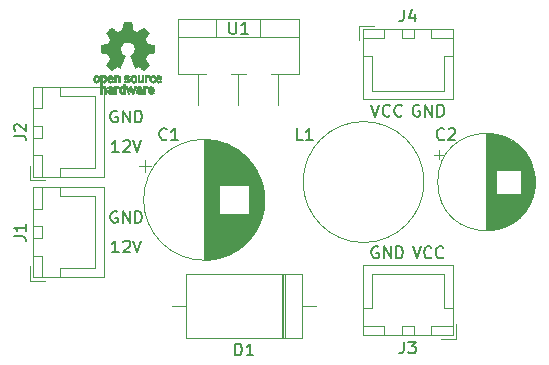
<source format=gbr>
G04 #@! TF.GenerationSoftware,KiCad,Pcbnew,(5.1.7)-1*
G04 #@! TF.CreationDate,2020-12-10T22:03:55+02:00*
G04 #@! TF.ProjectId,power_supply,706f7765-725f-4737-9570-706c792e6b69,rev?*
G04 #@! TF.SameCoordinates,Original*
G04 #@! TF.FileFunction,Legend,Top*
G04 #@! TF.FilePolarity,Positive*
%FSLAX46Y46*%
G04 Gerber Fmt 4.6, Leading zero omitted, Abs format (unit mm)*
G04 Created by KiCad (PCBNEW (5.1.7)-1) date 2020-12-10 22:03:55*
%MOMM*%
%LPD*%
G01*
G04 APERTURE LIST*
%ADD10C,0.150000*%
%ADD11C,0.120000*%
%ADD12C,0.010000*%
G04 APERTURE END LIST*
D10*
X167638095Y-129500000D02*
X167542857Y-129452380D01*
X167400000Y-129452380D01*
X167257142Y-129500000D01*
X167161904Y-129595238D01*
X167114285Y-129690476D01*
X167066666Y-129880952D01*
X167066666Y-130023809D01*
X167114285Y-130214285D01*
X167161904Y-130309523D01*
X167257142Y-130404761D01*
X167400000Y-130452380D01*
X167495238Y-130452380D01*
X167638095Y-130404761D01*
X167685714Y-130357142D01*
X167685714Y-130023809D01*
X167495238Y-130023809D01*
X168114285Y-130452380D02*
X168114285Y-129452380D01*
X168685714Y-130452380D01*
X168685714Y-129452380D01*
X169161904Y-130452380D02*
X169161904Y-129452380D01*
X169400000Y-129452380D01*
X169542857Y-129500000D01*
X169638095Y-129595238D01*
X169685714Y-129690476D01*
X169733333Y-129880952D01*
X169733333Y-130023809D01*
X169685714Y-130214285D01*
X169638095Y-130309523D01*
X169542857Y-130404761D01*
X169400000Y-130452380D01*
X169161904Y-130452380D01*
X167780952Y-132952380D02*
X167209523Y-132952380D01*
X167495238Y-132952380D02*
X167495238Y-131952380D01*
X167400000Y-132095238D01*
X167304761Y-132190476D01*
X167209523Y-132238095D01*
X168161904Y-132047619D02*
X168209523Y-132000000D01*
X168304761Y-131952380D01*
X168542857Y-131952380D01*
X168638095Y-132000000D01*
X168685714Y-132047619D01*
X168733333Y-132142857D01*
X168733333Y-132238095D01*
X168685714Y-132380952D01*
X168114285Y-132952380D01*
X168733333Y-132952380D01*
X169019047Y-131952380D02*
X169352380Y-132952380D01*
X169685714Y-131952380D01*
X167638095Y-121000000D02*
X167542857Y-120952380D01*
X167400000Y-120952380D01*
X167257142Y-121000000D01*
X167161904Y-121095238D01*
X167114285Y-121190476D01*
X167066666Y-121380952D01*
X167066666Y-121523809D01*
X167114285Y-121714285D01*
X167161904Y-121809523D01*
X167257142Y-121904761D01*
X167400000Y-121952380D01*
X167495238Y-121952380D01*
X167638095Y-121904761D01*
X167685714Y-121857142D01*
X167685714Y-121523809D01*
X167495238Y-121523809D01*
X168114285Y-121952380D02*
X168114285Y-120952380D01*
X168685714Y-121952380D01*
X168685714Y-120952380D01*
X169161904Y-121952380D02*
X169161904Y-120952380D01*
X169400000Y-120952380D01*
X169542857Y-121000000D01*
X169638095Y-121095238D01*
X169685714Y-121190476D01*
X169733333Y-121380952D01*
X169733333Y-121523809D01*
X169685714Y-121714285D01*
X169638095Y-121809523D01*
X169542857Y-121904761D01*
X169400000Y-121952380D01*
X169161904Y-121952380D01*
X167780952Y-124452380D02*
X167209523Y-124452380D01*
X167495238Y-124452380D02*
X167495238Y-123452380D01*
X167400000Y-123595238D01*
X167304761Y-123690476D01*
X167209523Y-123738095D01*
X168161904Y-123547619D02*
X168209523Y-123500000D01*
X168304761Y-123452380D01*
X168542857Y-123452380D01*
X168638095Y-123500000D01*
X168685714Y-123547619D01*
X168733333Y-123642857D01*
X168733333Y-123738095D01*
X168685714Y-123880952D01*
X168114285Y-124452380D01*
X168733333Y-124452380D01*
X169019047Y-123452380D02*
X169352380Y-124452380D01*
X169685714Y-123452380D01*
X189166666Y-120452380D02*
X189500000Y-121452380D01*
X189833333Y-120452380D01*
X190738095Y-121357142D02*
X190690476Y-121404761D01*
X190547619Y-121452380D01*
X190452380Y-121452380D01*
X190309523Y-121404761D01*
X190214285Y-121309523D01*
X190166666Y-121214285D01*
X190119047Y-121023809D01*
X190119047Y-120880952D01*
X190166666Y-120690476D01*
X190214285Y-120595238D01*
X190309523Y-120500000D01*
X190452380Y-120452380D01*
X190547619Y-120452380D01*
X190690476Y-120500000D01*
X190738095Y-120547619D01*
X191738095Y-121357142D02*
X191690476Y-121404761D01*
X191547619Y-121452380D01*
X191452380Y-121452380D01*
X191309523Y-121404761D01*
X191214285Y-121309523D01*
X191166666Y-121214285D01*
X191119047Y-121023809D01*
X191119047Y-120880952D01*
X191166666Y-120690476D01*
X191214285Y-120595238D01*
X191309523Y-120500000D01*
X191452380Y-120452380D01*
X191547619Y-120452380D01*
X191690476Y-120500000D01*
X191738095Y-120547619D01*
X193238095Y-120500000D02*
X193142857Y-120452380D01*
X193000000Y-120452380D01*
X192857142Y-120500000D01*
X192761904Y-120595238D01*
X192714285Y-120690476D01*
X192666666Y-120880952D01*
X192666666Y-121023809D01*
X192714285Y-121214285D01*
X192761904Y-121309523D01*
X192857142Y-121404761D01*
X193000000Y-121452380D01*
X193095238Y-121452380D01*
X193238095Y-121404761D01*
X193285714Y-121357142D01*
X193285714Y-121023809D01*
X193095238Y-121023809D01*
X193714285Y-121452380D02*
X193714285Y-120452380D01*
X194285714Y-121452380D01*
X194285714Y-120452380D01*
X194761904Y-121452380D02*
X194761904Y-120452380D01*
X195000000Y-120452380D01*
X195142857Y-120500000D01*
X195238095Y-120595238D01*
X195285714Y-120690476D01*
X195333333Y-120880952D01*
X195333333Y-121023809D01*
X195285714Y-121214285D01*
X195238095Y-121309523D01*
X195142857Y-121404761D01*
X195000000Y-121452380D01*
X194761904Y-121452380D01*
X189738095Y-132500000D02*
X189642857Y-132452380D01*
X189500000Y-132452380D01*
X189357142Y-132500000D01*
X189261904Y-132595238D01*
X189214285Y-132690476D01*
X189166666Y-132880952D01*
X189166666Y-133023809D01*
X189214285Y-133214285D01*
X189261904Y-133309523D01*
X189357142Y-133404761D01*
X189500000Y-133452380D01*
X189595238Y-133452380D01*
X189738095Y-133404761D01*
X189785714Y-133357142D01*
X189785714Y-133023809D01*
X189595238Y-133023809D01*
X190214285Y-133452380D02*
X190214285Y-132452380D01*
X190785714Y-133452380D01*
X190785714Y-132452380D01*
X191261904Y-133452380D02*
X191261904Y-132452380D01*
X191500000Y-132452380D01*
X191642857Y-132500000D01*
X191738095Y-132595238D01*
X191785714Y-132690476D01*
X191833333Y-132880952D01*
X191833333Y-133023809D01*
X191785714Y-133214285D01*
X191738095Y-133309523D01*
X191642857Y-133404761D01*
X191500000Y-133452380D01*
X191261904Y-133452380D01*
X192666666Y-132452380D02*
X193000000Y-133452380D01*
X193333333Y-132452380D01*
X194238095Y-133357142D02*
X194190476Y-133404761D01*
X194047619Y-133452380D01*
X193952380Y-133452380D01*
X193809523Y-133404761D01*
X193714285Y-133309523D01*
X193666666Y-133214285D01*
X193619047Y-133023809D01*
X193619047Y-132880952D01*
X193666666Y-132690476D01*
X193714285Y-132595238D01*
X193809523Y-132500000D01*
X193952380Y-132452380D01*
X194047619Y-132452380D01*
X194190476Y-132500000D01*
X194238095Y-132547619D01*
X195238095Y-133357142D02*
X195190476Y-133404761D01*
X195047619Y-133452380D01*
X194952380Y-133452380D01*
X194809523Y-133404761D01*
X194714285Y-133309523D01*
X194666666Y-133214285D01*
X194619047Y-133023809D01*
X194619047Y-132880952D01*
X194666666Y-132690476D01*
X194714285Y-132595238D01*
X194809523Y-132500000D01*
X194952380Y-132452380D01*
X195047619Y-132452380D01*
X195190476Y-132500000D01*
X195238095Y-132547619D01*
D11*
X160250000Y-126850000D02*
X161500000Y-126850000D01*
X160250000Y-125600000D02*
X160250000Y-126850000D01*
X165750000Y-119700000D02*
X165750000Y-122750000D01*
X162800000Y-119700000D02*
X165750000Y-119700000D01*
X162800000Y-118950000D02*
X162800000Y-119700000D01*
X165750000Y-125800000D02*
X165750000Y-122750000D01*
X162800000Y-125800000D02*
X165750000Y-125800000D01*
X162800000Y-126550000D02*
X162800000Y-125800000D01*
X160550000Y-118950000D02*
X160550000Y-120750000D01*
X161300000Y-118950000D02*
X160550000Y-118950000D01*
X161300000Y-120750000D02*
X161300000Y-118950000D01*
X160550000Y-120750000D02*
X161300000Y-120750000D01*
X160550000Y-124750000D02*
X160550000Y-126550000D01*
X161300000Y-124750000D02*
X160550000Y-124750000D01*
X161300000Y-126550000D02*
X161300000Y-124750000D01*
X160550000Y-126550000D02*
X161300000Y-126550000D01*
X160550000Y-122250000D02*
X160550000Y-123250000D01*
X161300000Y-122250000D02*
X160550000Y-122250000D01*
X161300000Y-123250000D02*
X161300000Y-122250000D01*
X160550000Y-123250000D02*
X161300000Y-123250000D01*
X160540000Y-118940000D02*
X160540000Y-126560000D01*
X166510000Y-118940000D02*
X160540000Y-118940000D01*
X166510000Y-126560000D02*
X166510000Y-118940000D01*
X160540000Y-126560000D02*
X166510000Y-126560000D01*
X160250000Y-135350000D02*
X161500000Y-135350000D01*
X160250000Y-134100000D02*
X160250000Y-135350000D01*
X165750000Y-128200000D02*
X165750000Y-131250000D01*
X162800000Y-128200000D02*
X165750000Y-128200000D01*
X162800000Y-127450000D02*
X162800000Y-128200000D01*
X165750000Y-134300000D02*
X165750000Y-131250000D01*
X162800000Y-134300000D02*
X165750000Y-134300000D01*
X162800000Y-135050000D02*
X162800000Y-134300000D01*
X160550000Y-127450000D02*
X160550000Y-129250000D01*
X161300000Y-127450000D02*
X160550000Y-127450000D01*
X161300000Y-129250000D02*
X161300000Y-127450000D01*
X160550000Y-129250000D02*
X161300000Y-129250000D01*
X160550000Y-133250000D02*
X160550000Y-135050000D01*
X161300000Y-133250000D02*
X160550000Y-133250000D01*
X161300000Y-135050000D02*
X161300000Y-133250000D01*
X160550000Y-135050000D02*
X161300000Y-135050000D01*
X160550000Y-130750000D02*
X160550000Y-131750000D01*
X161300000Y-130750000D02*
X160550000Y-130750000D01*
X161300000Y-131750000D02*
X161300000Y-130750000D01*
X160550000Y-131750000D02*
X161300000Y-131750000D01*
X160540000Y-127440000D02*
X160540000Y-135060000D01*
X166510000Y-127440000D02*
X160540000Y-127440000D01*
X166510000Y-135060000D02*
X166510000Y-127440000D01*
X160540000Y-135060000D02*
X166510000Y-135060000D01*
D12*
G36*
X168876964Y-113790018D02*
G01*
X168933812Y-114091570D01*
X169353338Y-114264512D01*
X169604984Y-114093395D01*
X169675458Y-114045750D01*
X169739163Y-114003210D01*
X169793126Y-113967715D01*
X169834373Y-113941210D01*
X169859934Y-113925636D01*
X169866895Y-113922278D01*
X169879435Y-113930914D01*
X169906231Y-113954792D01*
X169944280Y-113990859D01*
X169990579Y-114036067D01*
X170042123Y-114087364D01*
X170095909Y-114141701D01*
X170148935Y-114196028D01*
X170198195Y-114247295D01*
X170240687Y-114292451D01*
X170273407Y-114328446D01*
X170293351Y-114352230D01*
X170298119Y-114360190D01*
X170291257Y-114374865D01*
X170272020Y-114407014D01*
X170242430Y-114453492D01*
X170204510Y-114511156D01*
X170160282Y-114576860D01*
X170134654Y-114614336D01*
X170087941Y-114682768D01*
X170046432Y-114744520D01*
X170012140Y-114796519D01*
X169987080Y-114835692D01*
X169973264Y-114858965D01*
X169971188Y-114863855D01*
X169975895Y-114877755D01*
X169988723Y-114910150D01*
X170007738Y-114956485D01*
X170031003Y-115012206D01*
X170056584Y-115072758D01*
X170082545Y-115133586D01*
X170106950Y-115190136D01*
X170127863Y-115237852D01*
X170143349Y-115272181D01*
X170151472Y-115288568D01*
X170151952Y-115289212D01*
X170164707Y-115292341D01*
X170198677Y-115299321D01*
X170250340Y-115309467D01*
X170316176Y-115322092D01*
X170392664Y-115336509D01*
X170437290Y-115344823D01*
X170519021Y-115360384D01*
X170592843Y-115375192D01*
X170655021Y-115388436D01*
X170701822Y-115399305D01*
X170729509Y-115406989D01*
X170735074Y-115409427D01*
X170740526Y-115425930D01*
X170744924Y-115463200D01*
X170748272Y-115516880D01*
X170750574Y-115582612D01*
X170751832Y-115656037D01*
X170752048Y-115732796D01*
X170751227Y-115808532D01*
X170749371Y-115878886D01*
X170746482Y-115939500D01*
X170742565Y-115986016D01*
X170737622Y-116014075D01*
X170734657Y-116019916D01*
X170716934Y-116026917D01*
X170679381Y-116036927D01*
X170626964Y-116048769D01*
X170564652Y-116061267D01*
X170542900Y-116065310D01*
X170438024Y-116084520D01*
X170355180Y-116099991D01*
X170291630Y-116112337D01*
X170244637Y-116122173D01*
X170211463Y-116130114D01*
X170189371Y-116136776D01*
X170175624Y-116142773D01*
X170167484Y-116148719D01*
X170166345Y-116149894D01*
X170154977Y-116168826D01*
X170137635Y-116205669D01*
X170116050Y-116255913D01*
X170091954Y-116315046D01*
X170067079Y-116378556D01*
X170043157Y-116441932D01*
X170021919Y-116500662D01*
X170005097Y-116550235D01*
X169994422Y-116586139D01*
X169991627Y-116603862D01*
X169991860Y-116604483D01*
X170001331Y-116618970D01*
X170022818Y-116650844D01*
X170054063Y-116696789D01*
X170092807Y-116753485D01*
X170136793Y-116817617D01*
X170149319Y-116835842D01*
X170193984Y-116901914D01*
X170233288Y-116962200D01*
X170265088Y-117013235D01*
X170287245Y-117051560D01*
X170297617Y-117073711D01*
X170298119Y-117076432D01*
X170289405Y-117090736D01*
X170265325Y-117119072D01*
X170228976Y-117158396D01*
X170183453Y-117205661D01*
X170131852Y-117257823D01*
X170077267Y-117311835D01*
X170022794Y-117364653D01*
X169971529Y-117413231D01*
X169926567Y-117454523D01*
X169891004Y-117485485D01*
X169867935Y-117503070D01*
X169861554Y-117505941D01*
X169846699Y-117499178D01*
X169816286Y-117480939D01*
X169775268Y-117454297D01*
X169743709Y-117432852D01*
X169686525Y-117393503D01*
X169618806Y-117347171D01*
X169550880Y-117300913D01*
X169514361Y-117276155D01*
X169390752Y-117192547D01*
X169286991Y-117248650D01*
X169239720Y-117273228D01*
X169199523Y-117292331D01*
X169172326Y-117303227D01*
X169165402Y-117304743D01*
X169157077Y-117293549D01*
X169140654Y-117261917D01*
X169117357Y-117212765D01*
X169088414Y-117149010D01*
X169055050Y-117073571D01*
X169018491Y-116989364D01*
X168979964Y-116899308D01*
X168940694Y-116806321D01*
X168901908Y-116713320D01*
X168864830Y-116623223D01*
X168830689Y-116538948D01*
X168800708Y-116463413D01*
X168776116Y-116399534D01*
X168758136Y-116350231D01*
X168747997Y-116318421D01*
X168746366Y-116307496D01*
X168759291Y-116293561D01*
X168787589Y-116270940D01*
X168825346Y-116244333D01*
X168828515Y-116242228D01*
X168926100Y-116164114D01*
X169004786Y-116072982D01*
X169063891Y-115971745D01*
X169102732Y-115863318D01*
X169120628Y-115750614D01*
X169116897Y-115636548D01*
X169090857Y-115524034D01*
X169041825Y-115415985D01*
X169027400Y-115392345D01*
X168952369Y-115296887D01*
X168863730Y-115220232D01*
X168764549Y-115162780D01*
X168657895Y-115124929D01*
X168546836Y-115107078D01*
X168434439Y-115109625D01*
X168323773Y-115132970D01*
X168217906Y-115177510D01*
X168119905Y-115243645D01*
X168089590Y-115270487D01*
X168012438Y-115354512D01*
X167956218Y-115442966D01*
X167917653Y-115542115D01*
X167896174Y-115640303D01*
X167890872Y-115750697D01*
X167908552Y-115861640D01*
X167947419Y-115969381D01*
X168005677Y-116070169D01*
X168081531Y-116160256D01*
X168173183Y-116235892D01*
X168185228Y-116243864D01*
X168223389Y-116269974D01*
X168252399Y-116292595D01*
X168266268Y-116307039D01*
X168266469Y-116307496D01*
X168263492Y-116323121D01*
X168251689Y-116358582D01*
X168232286Y-116410962D01*
X168206512Y-116477345D01*
X168175591Y-116554814D01*
X168140751Y-116640450D01*
X168103217Y-116731337D01*
X168064217Y-116824559D01*
X168024977Y-116917197D01*
X167986724Y-117006335D01*
X167950683Y-117089055D01*
X167918083Y-117162441D01*
X167890148Y-117223575D01*
X167868105Y-117269541D01*
X167853182Y-117297421D01*
X167847172Y-117304743D01*
X167828809Y-117299041D01*
X167794448Y-117283749D01*
X167750016Y-117261599D01*
X167725583Y-117248650D01*
X167621822Y-117192547D01*
X167498213Y-117276155D01*
X167435114Y-117318987D01*
X167366030Y-117366122D01*
X167301293Y-117410503D01*
X167268866Y-117432852D01*
X167223259Y-117463477D01*
X167184640Y-117487747D01*
X167158048Y-117502587D01*
X167149410Y-117505724D01*
X167136839Y-117497261D01*
X167109016Y-117473636D01*
X167068639Y-117437302D01*
X167018405Y-117390711D01*
X166961012Y-117336317D01*
X166924714Y-117301392D01*
X166861210Y-117238996D01*
X166806327Y-117183188D01*
X166762286Y-117136354D01*
X166731305Y-117100882D01*
X166715602Y-117079161D01*
X166714095Y-117074752D01*
X166721086Y-117057985D01*
X166740406Y-117024082D01*
X166769909Y-116976476D01*
X166807455Y-116918599D01*
X166850900Y-116853884D01*
X166863255Y-116835842D01*
X166908273Y-116770267D01*
X166948660Y-116711228D01*
X166982160Y-116662042D01*
X167006514Y-116626028D01*
X167019464Y-116606502D01*
X167020715Y-116604483D01*
X167018844Y-116588922D01*
X167008913Y-116554709D01*
X166992653Y-116506355D01*
X166971795Y-116448371D01*
X166948073Y-116385270D01*
X166923216Y-116321563D01*
X166898958Y-116261761D01*
X166877029Y-116210376D01*
X166859162Y-116171919D01*
X166847087Y-116150902D01*
X166846229Y-116149894D01*
X166838846Y-116143888D01*
X166826375Y-116137948D01*
X166806080Y-116131460D01*
X166775222Y-116123809D01*
X166731066Y-116114380D01*
X166670874Y-116102559D01*
X166591907Y-116087729D01*
X166491430Y-116069277D01*
X166469675Y-116065310D01*
X166405198Y-116052853D01*
X166348989Y-116040666D01*
X166306013Y-116029926D01*
X166281240Y-116021809D01*
X166277918Y-116019916D01*
X166272444Y-116003138D01*
X166267994Y-115965645D01*
X166264572Y-115911794D01*
X166262181Y-115845944D01*
X166260823Y-115772453D01*
X166260501Y-115695680D01*
X166261219Y-115619983D01*
X166262979Y-115549720D01*
X166265784Y-115489250D01*
X166269638Y-115442930D01*
X166274543Y-115415119D01*
X166277500Y-115409427D01*
X166293963Y-115403686D01*
X166331449Y-115394345D01*
X166386225Y-115382215D01*
X166454555Y-115368107D01*
X166532706Y-115352830D01*
X166575284Y-115344823D01*
X166656071Y-115329721D01*
X166728113Y-115316040D01*
X166787889Y-115304467D01*
X166831879Y-115295687D01*
X166856561Y-115290387D01*
X166860623Y-115289212D01*
X166867489Y-115275965D01*
X166882002Y-115244057D01*
X166902229Y-115198047D01*
X166926234Y-115142492D01*
X166952082Y-115081953D01*
X166977840Y-115020986D01*
X167001573Y-114964151D01*
X167021346Y-114916006D01*
X167035224Y-114881110D01*
X167041274Y-114864021D01*
X167041386Y-114863274D01*
X167034528Y-114849793D01*
X167015302Y-114818770D01*
X166985728Y-114773289D01*
X166947827Y-114716432D01*
X166903620Y-114651283D01*
X166877921Y-114613862D01*
X166831093Y-114545247D01*
X166789501Y-114482952D01*
X166755175Y-114430129D01*
X166730143Y-114389927D01*
X166716435Y-114365500D01*
X166714456Y-114360024D01*
X166722966Y-114347278D01*
X166746493Y-114320063D01*
X166782032Y-114281428D01*
X166826577Y-114234423D01*
X166877123Y-114182095D01*
X166930664Y-114127495D01*
X166984195Y-114073670D01*
X167034711Y-114023670D01*
X167079206Y-113980543D01*
X167114675Y-113947339D01*
X167138113Y-113927106D01*
X167145954Y-113922278D01*
X167158720Y-113929067D01*
X167189256Y-113948142D01*
X167234590Y-113977561D01*
X167291756Y-114015381D01*
X167357784Y-114059661D01*
X167407590Y-114093395D01*
X167659236Y-114264512D01*
X167868999Y-114178041D01*
X168078763Y-114091570D01*
X168135611Y-113790018D01*
X168192460Y-113488466D01*
X168820115Y-113488466D01*
X168876964Y-113790018D01*
G37*
X168876964Y-113790018D02*
X168933812Y-114091570D01*
X169353338Y-114264512D01*
X169604984Y-114093395D01*
X169675458Y-114045750D01*
X169739163Y-114003210D01*
X169793126Y-113967715D01*
X169834373Y-113941210D01*
X169859934Y-113925636D01*
X169866895Y-113922278D01*
X169879435Y-113930914D01*
X169906231Y-113954792D01*
X169944280Y-113990859D01*
X169990579Y-114036067D01*
X170042123Y-114087364D01*
X170095909Y-114141701D01*
X170148935Y-114196028D01*
X170198195Y-114247295D01*
X170240687Y-114292451D01*
X170273407Y-114328446D01*
X170293351Y-114352230D01*
X170298119Y-114360190D01*
X170291257Y-114374865D01*
X170272020Y-114407014D01*
X170242430Y-114453492D01*
X170204510Y-114511156D01*
X170160282Y-114576860D01*
X170134654Y-114614336D01*
X170087941Y-114682768D01*
X170046432Y-114744520D01*
X170012140Y-114796519D01*
X169987080Y-114835692D01*
X169973264Y-114858965D01*
X169971188Y-114863855D01*
X169975895Y-114877755D01*
X169988723Y-114910150D01*
X170007738Y-114956485D01*
X170031003Y-115012206D01*
X170056584Y-115072758D01*
X170082545Y-115133586D01*
X170106950Y-115190136D01*
X170127863Y-115237852D01*
X170143349Y-115272181D01*
X170151472Y-115288568D01*
X170151952Y-115289212D01*
X170164707Y-115292341D01*
X170198677Y-115299321D01*
X170250340Y-115309467D01*
X170316176Y-115322092D01*
X170392664Y-115336509D01*
X170437290Y-115344823D01*
X170519021Y-115360384D01*
X170592843Y-115375192D01*
X170655021Y-115388436D01*
X170701822Y-115399305D01*
X170729509Y-115406989D01*
X170735074Y-115409427D01*
X170740526Y-115425930D01*
X170744924Y-115463200D01*
X170748272Y-115516880D01*
X170750574Y-115582612D01*
X170751832Y-115656037D01*
X170752048Y-115732796D01*
X170751227Y-115808532D01*
X170749371Y-115878886D01*
X170746482Y-115939500D01*
X170742565Y-115986016D01*
X170737622Y-116014075D01*
X170734657Y-116019916D01*
X170716934Y-116026917D01*
X170679381Y-116036927D01*
X170626964Y-116048769D01*
X170564652Y-116061267D01*
X170542900Y-116065310D01*
X170438024Y-116084520D01*
X170355180Y-116099991D01*
X170291630Y-116112337D01*
X170244637Y-116122173D01*
X170211463Y-116130114D01*
X170189371Y-116136776D01*
X170175624Y-116142773D01*
X170167484Y-116148719D01*
X170166345Y-116149894D01*
X170154977Y-116168826D01*
X170137635Y-116205669D01*
X170116050Y-116255913D01*
X170091954Y-116315046D01*
X170067079Y-116378556D01*
X170043157Y-116441932D01*
X170021919Y-116500662D01*
X170005097Y-116550235D01*
X169994422Y-116586139D01*
X169991627Y-116603862D01*
X169991860Y-116604483D01*
X170001331Y-116618970D01*
X170022818Y-116650844D01*
X170054063Y-116696789D01*
X170092807Y-116753485D01*
X170136793Y-116817617D01*
X170149319Y-116835842D01*
X170193984Y-116901914D01*
X170233288Y-116962200D01*
X170265088Y-117013235D01*
X170287245Y-117051560D01*
X170297617Y-117073711D01*
X170298119Y-117076432D01*
X170289405Y-117090736D01*
X170265325Y-117119072D01*
X170228976Y-117158396D01*
X170183453Y-117205661D01*
X170131852Y-117257823D01*
X170077267Y-117311835D01*
X170022794Y-117364653D01*
X169971529Y-117413231D01*
X169926567Y-117454523D01*
X169891004Y-117485485D01*
X169867935Y-117503070D01*
X169861554Y-117505941D01*
X169846699Y-117499178D01*
X169816286Y-117480939D01*
X169775268Y-117454297D01*
X169743709Y-117432852D01*
X169686525Y-117393503D01*
X169618806Y-117347171D01*
X169550880Y-117300913D01*
X169514361Y-117276155D01*
X169390752Y-117192547D01*
X169286991Y-117248650D01*
X169239720Y-117273228D01*
X169199523Y-117292331D01*
X169172326Y-117303227D01*
X169165402Y-117304743D01*
X169157077Y-117293549D01*
X169140654Y-117261917D01*
X169117357Y-117212765D01*
X169088414Y-117149010D01*
X169055050Y-117073571D01*
X169018491Y-116989364D01*
X168979964Y-116899308D01*
X168940694Y-116806321D01*
X168901908Y-116713320D01*
X168864830Y-116623223D01*
X168830689Y-116538948D01*
X168800708Y-116463413D01*
X168776116Y-116399534D01*
X168758136Y-116350231D01*
X168747997Y-116318421D01*
X168746366Y-116307496D01*
X168759291Y-116293561D01*
X168787589Y-116270940D01*
X168825346Y-116244333D01*
X168828515Y-116242228D01*
X168926100Y-116164114D01*
X169004786Y-116072982D01*
X169063891Y-115971745D01*
X169102732Y-115863318D01*
X169120628Y-115750614D01*
X169116897Y-115636548D01*
X169090857Y-115524034D01*
X169041825Y-115415985D01*
X169027400Y-115392345D01*
X168952369Y-115296887D01*
X168863730Y-115220232D01*
X168764549Y-115162780D01*
X168657895Y-115124929D01*
X168546836Y-115107078D01*
X168434439Y-115109625D01*
X168323773Y-115132970D01*
X168217906Y-115177510D01*
X168119905Y-115243645D01*
X168089590Y-115270487D01*
X168012438Y-115354512D01*
X167956218Y-115442966D01*
X167917653Y-115542115D01*
X167896174Y-115640303D01*
X167890872Y-115750697D01*
X167908552Y-115861640D01*
X167947419Y-115969381D01*
X168005677Y-116070169D01*
X168081531Y-116160256D01*
X168173183Y-116235892D01*
X168185228Y-116243864D01*
X168223389Y-116269974D01*
X168252399Y-116292595D01*
X168266268Y-116307039D01*
X168266469Y-116307496D01*
X168263492Y-116323121D01*
X168251689Y-116358582D01*
X168232286Y-116410962D01*
X168206512Y-116477345D01*
X168175591Y-116554814D01*
X168140751Y-116640450D01*
X168103217Y-116731337D01*
X168064217Y-116824559D01*
X168024977Y-116917197D01*
X167986724Y-117006335D01*
X167950683Y-117089055D01*
X167918083Y-117162441D01*
X167890148Y-117223575D01*
X167868105Y-117269541D01*
X167853182Y-117297421D01*
X167847172Y-117304743D01*
X167828809Y-117299041D01*
X167794448Y-117283749D01*
X167750016Y-117261599D01*
X167725583Y-117248650D01*
X167621822Y-117192547D01*
X167498213Y-117276155D01*
X167435114Y-117318987D01*
X167366030Y-117366122D01*
X167301293Y-117410503D01*
X167268866Y-117432852D01*
X167223259Y-117463477D01*
X167184640Y-117487747D01*
X167158048Y-117502587D01*
X167149410Y-117505724D01*
X167136839Y-117497261D01*
X167109016Y-117473636D01*
X167068639Y-117437302D01*
X167018405Y-117390711D01*
X166961012Y-117336317D01*
X166924714Y-117301392D01*
X166861210Y-117238996D01*
X166806327Y-117183188D01*
X166762286Y-117136354D01*
X166731305Y-117100882D01*
X166715602Y-117079161D01*
X166714095Y-117074752D01*
X166721086Y-117057985D01*
X166740406Y-117024082D01*
X166769909Y-116976476D01*
X166807455Y-116918599D01*
X166850900Y-116853884D01*
X166863255Y-116835842D01*
X166908273Y-116770267D01*
X166948660Y-116711228D01*
X166982160Y-116662042D01*
X167006514Y-116626028D01*
X167019464Y-116606502D01*
X167020715Y-116604483D01*
X167018844Y-116588922D01*
X167008913Y-116554709D01*
X166992653Y-116506355D01*
X166971795Y-116448371D01*
X166948073Y-116385270D01*
X166923216Y-116321563D01*
X166898958Y-116261761D01*
X166877029Y-116210376D01*
X166859162Y-116171919D01*
X166847087Y-116150902D01*
X166846229Y-116149894D01*
X166838846Y-116143888D01*
X166826375Y-116137948D01*
X166806080Y-116131460D01*
X166775222Y-116123809D01*
X166731066Y-116114380D01*
X166670874Y-116102559D01*
X166591907Y-116087729D01*
X166491430Y-116069277D01*
X166469675Y-116065310D01*
X166405198Y-116052853D01*
X166348989Y-116040666D01*
X166306013Y-116029926D01*
X166281240Y-116021809D01*
X166277918Y-116019916D01*
X166272444Y-116003138D01*
X166267994Y-115965645D01*
X166264572Y-115911794D01*
X166262181Y-115845944D01*
X166260823Y-115772453D01*
X166260501Y-115695680D01*
X166261219Y-115619983D01*
X166262979Y-115549720D01*
X166265784Y-115489250D01*
X166269638Y-115442930D01*
X166274543Y-115415119D01*
X166277500Y-115409427D01*
X166293963Y-115403686D01*
X166331449Y-115394345D01*
X166386225Y-115382215D01*
X166454555Y-115368107D01*
X166532706Y-115352830D01*
X166575284Y-115344823D01*
X166656071Y-115329721D01*
X166728113Y-115316040D01*
X166787889Y-115304467D01*
X166831879Y-115295687D01*
X166856561Y-115290387D01*
X166860623Y-115289212D01*
X166867489Y-115275965D01*
X166882002Y-115244057D01*
X166902229Y-115198047D01*
X166926234Y-115142492D01*
X166952082Y-115081953D01*
X166977840Y-115020986D01*
X167001573Y-114964151D01*
X167021346Y-114916006D01*
X167035224Y-114881110D01*
X167041274Y-114864021D01*
X167041386Y-114863274D01*
X167034528Y-114849793D01*
X167015302Y-114818770D01*
X166985728Y-114773289D01*
X166947827Y-114716432D01*
X166903620Y-114651283D01*
X166877921Y-114613862D01*
X166831093Y-114545247D01*
X166789501Y-114482952D01*
X166755175Y-114430129D01*
X166730143Y-114389927D01*
X166716435Y-114365500D01*
X166714456Y-114360024D01*
X166722966Y-114347278D01*
X166746493Y-114320063D01*
X166782032Y-114281428D01*
X166826577Y-114234423D01*
X166877123Y-114182095D01*
X166930664Y-114127495D01*
X166984195Y-114073670D01*
X167034711Y-114023670D01*
X167079206Y-113980543D01*
X167114675Y-113947339D01*
X167138113Y-113927106D01*
X167145954Y-113922278D01*
X167158720Y-113929067D01*
X167189256Y-113948142D01*
X167234590Y-113977561D01*
X167291756Y-114015381D01*
X167357784Y-114059661D01*
X167407590Y-114093395D01*
X167659236Y-114264512D01*
X167868999Y-114178041D01*
X168078763Y-114091570D01*
X168135611Y-113790018D01*
X168192460Y-113488466D01*
X168820115Y-113488466D01*
X168876964Y-113790018D01*
G36*
X170299460Y-117958030D02*
G01*
X170342711Y-117971245D01*
X170370558Y-117987941D01*
X170379629Y-118001145D01*
X170377132Y-118016797D01*
X170360931Y-118041385D01*
X170347232Y-118058800D01*
X170318992Y-118090283D01*
X170297775Y-118103529D01*
X170279688Y-118102664D01*
X170226035Y-118089010D01*
X170186630Y-118089630D01*
X170154632Y-118105104D01*
X170143890Y-118114161D01*
X170109505Y-118146027D01*
X170109505Y-118562179D01*
X169971188Y-118562179D01*
X169971188Y-117958614D01*
X170040347Y-117958614D01*
X170081869Y-117960256D01*
X170103291Y-117966087D01*
X170109502Y-117977461D01*
X170109505Y-117977798D01*
X170112439Y-117989713D01*
X170125704Y-117988159D01*
X170144084Y-117979563D01*
X170182046Y-117963568D01*
X170212872Y-117953945D01*
X170252536Y-117951478D01*
X170299460Y-117958030D01*
G37*
X170299460Y-117958030D02*
X170342711Y-117971245D01*
X170370558Y-117987941D01*
X170379629Y-118001145D01*
X170377132Y-118016797D01*
X170360931Y-118041385D01*
X170347232Y-118058800D01*
X170318992Y-118090283D01*
X170297775Y-118103529D01*
X170279688Y-118102664D01*
X170226035Y-118089010D01*
X170186630Y-118089630D01*
X170154632Y-118105104D01*
X170143890Y-118114161D01*
X170109505Y-118146027D01*
X170109505Y-118562179D01*
X169971188Y-118562179D01*
X169971188Y-117958614D01*
X170040347Y-117958614D01*
X170081869Y-117960256D01*
X170103291Y-117966087D01*
X170109502Y-117977461D01*
X170109505Y-117977798D01*
X170112439Y-117989713D01*
X170125704Y-117988159D01*
X170144084Y-117979563D01*
X170182046Y-117963568D01*
X170212872Y-117953945D01*
X170252536Y-117951478D01*
X170299460Y-117958030D01*
G36*
X167745988Y-117969002D02*
G01*
X167777283Y-117983950D01*
X167807591Y-118005541D01*
X167830682Y-118030391D01*
X167847500Y-118062087D01*
X167858994Y-118104214D01*
X167866109Y-118160358D01*
X167869793Y-118234106D01*
X167870992Y-118329044D01*
X167871011Y-118338985D01*
X167871287Y-118562179D01*
X167732970Y-118562179D01*
X167732970Y-118356418D01*
X167732872Y-118280189D01*
X167732191Y-118224939D01*
X167730349Y-118186501D01*
X167726767Y-118160706D01*
X167720868Y-118143384D01*
X167712073Y-118130368D01*
X167699820Y-118117507D01*
X167656953Y-118089873D01*
X167610157Y-118084745D01*
X167565576Y-118102217D01*
X167550072Y-118115221D01*
X167538690Y-118127447D01*
X167530519Y-118140540D01*
X167525026Y-118158615D01*
X167521680Y-118185787D01*
X167519949Y-118226170D01*
X167519303Y-118283879D01*
X167519208Y-118354132D01*
X167519208Y-118562179D01*
X167380891Y-118562179D01*
X167380891Y-117958614D01*
X167450050Y-117958614D01*
X167491572Y-117960256D01*
X167512994Y-117966087D01*
X167519205Y-117977461D01*
X167519208Y-117977798D01*
X167522090Y-117988938D01*
X167534801Y-117987674D01*
X167560074Y-117975434D01*
X167617395Y-117957424D01*
X167682963Y-117955421D01*
X167745988Y-117969002D01*
G37*
X167745988Y-117969002D02*
X167777283Y-117983950D01*
X167807591Y-118005541D01*
X167830682Y-118030391D01*
X167847500Y-118062087D01*
X167858994Y-118104214D01*
X167866109Y-118160358D01*
X167869793Y-118234106D01*
X167870992Y-118329044D01*
X167871011Y-118338985D01*
X167871287Y-118562179D01*
X167732970Y-118562179D01*
X167732970Y-118356418D01*
X167732872Y-118280189D01*
X167732191Y-118224939D01*
X167730349Y-118186501D01*
X167726767Y-118160706D01*
X167720868Y-118143384D01*
X167712073Y-118130368D01*
X167699820Y-118117507D01*
X167656953Y-118089873D01*
X167610157Y-118084745D01*
X167565576Y-118102217D01*
X167550072Y-118115221D01*
X167538690Y-118127447D01*
X167530519Y-118140540D01*
X167525026Y-118158615D01*
X167521680Y-118185787D01*
X167519949Y-118226170D01*
X167519303Y-118283879D01*
X167519208Y-118354132D01*
X167519208Y-118562179D01*
X167380891Y-118562179D01*
X167380891Y-117958614D01*
X167450050Y-117958614D01*
X167491572Y-117960256D01*
X167512994Y-117966087D01*
X167519205Y-117977461D01*
X167519208Y-117977798D01*
X167522090Y-117988938D01*
X167534801Y-117987674D01*
X167560074Y-117975434D01*
X167617395Y-117957424D01*
X167682963Y-117955421D01*
X167745988Y-117969002D01*
G36*
X171177898Y-117956457D02*
G01*
X171210096Y-117964279D01*
X171271825Y-117992921D01*
X171324610Y-118036667D01*
X171361141Y-118089117D01*
X171366160Y-118100893D01*
X171373045Y-118131740D01*
X171377864Y-118177371D01*
X171379505Y-118223492D01*
X171379505Y-118310693D01*
X171197178Y-118310693D01*
X171121979Y-118310978D01*
X171069003Y-118312704D01*
X171035325Y-118317181D01*
X171018020Y-118325720D01*
X171014163Y-118339630D01*
X171020829Y-118360222D01*
X171032770Y-118384315D01*
X171066080Y-118424525D01*
X171112368Y-118444558D01*
X171168944Y-118443905D01*
X171233031Y-118422101D01*
X171288417Y-118395193D01*
X171334375Y-118431532D01*
X171380333Y-118467872D01*
X171337096Y-118507819D01*
X171279374Y-118545563D01*
X171208386Y-118568320D01*
X171132029Y-118574688D01*
X171058199Y-118563268D01*
X171046287Y-118559393D01*
X170981399Y-118525506D01*
X170933130Y-118474986D01*
X170900465Y-118406325D01*
X170882385Y-118318014D01*
X170882175Y-118316121D01*
X170880556Y-118219878D01*
X170887100Y-118185542D01*
X171014852Y-118185542D01*
X171026584Y-118190822D01*
X171058438Y-118194867D01*
X171105397Y-118197176D01*
X171135154Y-118197525D01*
X171190648Y-118197306D01*
X171225346Y-118195916D01*
X171243601Y-118192251D01*
X171249766Y-118185210D01*
X171248195Y-118173690D01*
X171246878Y-118169233D01*
X171224382Y-118127355D01*
X171189003Y-118093604D01*
X171157780Y-118078773D01*
X171116301Y-118079668D01*
X171074269Y-118098164D01*
X171039012Y-118128786D01*
X171017854Y-118166062D01*
X171014852Y-118185542D01*
X170887100Y-118185542D01*
X170896690Y-118135229D01*
X170928698Y-118064191D01*
X170974701Y-118008779D01*
X171032821Y-117971009D01*
X171101180Y-117952896D01*
X171177898Y-117956457D01*
G37*
X171177898Y-117956457D02*
X171210096Y-117964279D01*
X171271825Y-117992921D01*
X171324610Y-118036667D01*
X171361141Y-118089117D01*
X171366160Y-118100893D01*
X171373045Y-118131740D01*
X171377864Y-118177371D01*
X171379505Y-118223492D01*
X171379505Y-118310693D01*
X171197178Y-118310693D01*
X171121979Y-118310978D01*
X171069003Y-118312704D01*
X171035325Y-118317181D01*
X171018020Y-118325720D01*
X171014163Y-118339630D01*
X171020829Y-118360222D01*
X171032770Y-118384315D01*
X171066080Y-118424525D01*
X171112368Y-118444558D01*
X171168944Y-118443905D01*
X171233031Y-118422101D01*
X171288417Y-118395193D01*
X171334375Y-118431532D01*
X171380333Y-118467872D01*
X171337096Y-118507819D01*
X171279374Y-118545563D01*
X171208386Y-118568320D01*
X171132029Y-118574688D01*
X171058199Y-118563268D01*
X171046287Y-118559393D01*
X170981399Y-118525506D01*
X170933130Y-118474986D01*
X170900465Y-118406325D01*
X170882385Y-118318014D01*
X170882175Y-118316121D01*
X170880556Y-118219878D01*
X170887100Y-118185542D01*
X171014852Y-118185542D01*
X171026584Y-118190822D01*
X171058438Y-118194867D01*
X171105397Y-118197176D01*
X171135154Y-118197525D01*
X171190648Y-118197306D01*
X171225346Y-118195916D01*
X171243601Y-118192251D01*
X171249766Y-118185210D01*
X171248195Y-118173690D01*
X171246878Y-118169233D01*
X171224382Y-118127355D01*
X171189003Y-118093604D01*
X171157780Y-118078773D01*
X171116301Y-118079668D01*
X171074269Y-118098164D01*
X171039012Y-118128786D01*
X171017854Y-118166062D01*
X171014852Y-118185542D01*
X170887100Y-118185542D01*
X170896690Y-118135229D01*
X170928698Y-118064191D01*
X170974701Y-118008779D01*
X171032821Y-117971009D01*
X171101180Y-117952896D01*
X171177898Y-117956457D01*
G36*
X170717226Y-117963880D02*
G01*
X170790080Y-117994830D01*
X170813027Y-118009895D01*
X170842354Y-118033048D01*
X170860764Y-118051253D01*
X170863961Y-118057183D01*
X170854935Y-118070340D01*
X170831837Y-118092667D01*
X170813344Y-118108250D01*
X170762728Y-118148926D01*
X170722760Y-118115295D01*
X170691874Y-118093584D01*
X170661759Y-118086090D01*
X170627292Y-118087920D01*
X170572561Y-118101528D01*
X170534886Y-118129772D01*
X170511991Y-118175433D01*
X170501597Y-118241289D01*
X170501595Y-118241331D01*
X170502494Y-118314939D01*
X170516463Y-118368946D01*
X170544328Y-118405716D01*
X170563325Y-118418168D01*
X170613776Y-118433673D01*
X170667663Y-118433683D01*
X170714546Y-118418638D01*
X170725644Y-118411287D01*
X170753476Y-118392511D01*
X170775236Y-118389434D01*
X170798704Y-118403409D01*
X170824649Y-118428510D01*
X170865716Y-118470880D01*
X170820121Y-118508464D01*
X170749674Y-118550882D01*
X170670233Y-118571785D01*
X170587215Y-118570272D01*
X170532694Y-118556411D01*
X170468970Y-118522135D01*
X170418005Y-118468212D01*
X170394851Y-118430149D01*
X170376099Y-118375536D01*
X170366715Y-118306369D01*
X170366643Y-118231407D01*
X170375824Y-118159409D01*
X170394199Y-118099137D01*
X170397093Y-118092958D01*
X170439952Y-118032351D01*
X170497979Y-117988224D01*
X170566591Y-117961493D01*
X170641201Y-117953073D01*
X170717226Y-117963880D01*
G37*
X170717226Y-117963880D02*
X170790080Y-117994830D01*
X170813027Y-118009895D01*
X170842354Y-118033048D01*
X170860764Y-118051253D01*
X170863961Y-118057183D01*
X170854935Y-118070340D01*
X170831837Y-118092667D01*
X170813344Y-118108250D01*
X170762728Y-118148926D01*
X170722760Y-118115295D01*
X170691874Y-118093584D01*
X170661759Y-118086090D01*
X170627292Y-118087920D01*
X170572561Y-118101528D01*
X170534886Y-118129772D01*
X170511991Y-118175433D01*
X170501597Y-118241289D01*
X170501595Y-118241331D01*
X170502494Y-118314939D01*
X170516463Y-118368946D01*
X170544328Y-118405716D01*
X170563325Y-118418168D01*
X170613776Y-118433673D01*
X170667663Y-118433683D01*
X170714546Y-118418638D01*
X170725644Y-118411287D01*
X170753476Y-118392511D01*
X170775236Y-118389434D01*
X170798704Y-118403409D01*
X170824649Y-118428510D01*
X170865716Y-118470880D01*
X170820121Y-118508464D01*
X170749674Y-118550882D01*
X170670233Y-118571785D01*
X170587215Y-118570272D01*
X170532694Y-118556411D01*
X170468970Y-118522135D01*
X170418005Y-118468212D01*
X170394851Y-118430149D01*
X170376099Y-118375536D01*
X170366715Y-118306369D01*
X170366643Y-118231407D01*
X170375824Y-118159409D01*
X170394199Y-118099137D01*
X170397093Y-118092958D01*
X170439952Y-118032351D01*
X170497979Y-117988224D01*
X170566591Y-117961493D01*
X170641201Y-117953073D01*
X170717226Y-117963880D01*
G36*
X169493367Y-118154342D02*
G01*
X169494555Y-118246563D01*
X169498897Y-118316610D01*
X169507558Y-118367381D01*
X169521704Y-118401772D01*
X169542500Y-118422679D01*
X169571110Y-118433000D01*
X169606535Y-118435636D01*
X169643636Y-118432682D01*
X169671818Y-118421889D01*
X169692243Y-118400360D01*
X169706079Y-118365199D01*
X169714491Y-118313510D01*
X169718643Y-118242394D01*
X169719703Y-118154342D01*
X169719703Y-117958614D01*
X169858020Y-117958614D01*
X169858020Y-118562179D01*
X169788862Y-118562179D01*
X169747170Y-118560489D01*
X169725701Y-118554556D01*
X169719703Y-118543293D01*
X169716091Y-118533261D01*
X169701714Y-118535383D01*
X169672736Y-118549580D01*
X169606319Y-118571480D01*
X169535875Y-118569928D01*
X169468377Y-118546147D01*
X169436233Y-118527362D01*
X169411715Y-118507022D01*
X169393804Y-118481573D01*
X169381479Y-118447458D01*
X169373723Y-118401121D01*
X169369516Y-118339007D01*
X169367840Y-118257561D01*
X169367624Y-118194578D01*
X169367624Y-117958614D01*
X169493367Y-117958614D01*
X169493367Y-118154342D01*
G37*
X169493367Y-118154342D02*
X169494555Y-118246563D01*
X169498897Y-118316610D01*
X169507558Y-118367381D01*
X169521704Y-118401772D01*
X169542500Y-118422679D01*
X169571110Y-118433000D01*
X169606535Y-118435636D01*
X169643636Y-118432682D01*
X169671818Y-118421889D01*
X169692243Y-118400360D01*
X169706079Y-118365199D01*
X169714491Y-118313510D01*
X169718643Y-118242394D01*
X169719703Y-118154342D01*
X169719703Y-117958614D01*
X169858020Y-117958614D01*
X169858020Y-118562179D01*
X169788862Y-118562179D01*
X169747170Y-118560489D01*
X169725701Y-118554556D01*
X169719703Y-118543293D01*
X169716091Y-118533261D01*
X169701714Y-118535383D01*
X169672736Y-118549580D01*
X169606319Y-118571480D01*
X169535875Y-118569928D01*
X169468377Y-118546147D01*
X169436233Y-118527362D01*
X169411715Y-118507022D01*
X169393804Y-118481573D01*
X169381479Y-118447458D01*
X169373723Y-118401121D01*
X169369516Y-118339007D01*
X169367840Y-118257561D01*
X169367624Y-118194578D01*
X169367624Y-117958614D01*
X169493367Y-117958614D01*
X169493367Y-118154342D01*
G36*
X169110762Y-117966055D02*
G01*
X169174363Y-118000692D01*
X169224123Y-118055372D01*
X169247568Y-118099842D01*
X169257634Y-118139121D01*
X169264156Y-118195116D01*
X169266951Y-118259621D01*
X169265836Y-118324429D01*
X169260626Y-118381334D01*
X169254541Y-118411727D01*
X169234014Y-118453306D01*
X169198463Y-118497468D01*
X169155619Y-118536087D01*
X169113211Y-118561034D01*
X169112177Y-118561430D01*
X169059553Y-118572331D01*
X168997188Y-118572601D01*
X168937924Y-118562676D01*
X168915040Y-118554722D01*
X168856102Y-118521300D01*
X168813890Y-118477511D01*
X168786156Y-118419538D01*
X168770651Y-118343565D01*
X168767143Y-118303771D01*
X168767590Y-118253766D01*
X168902376Y-118253766D01*
X168906917Y-118326732D01*
X168919986Y-118382334D01*
X168940756Y-118417861D01*
X168955552Y-118428020D01*
X168993464Y-118435104D01*
X169038527Y-118433007D01*
X169077487Y-118422812D01*
X169087704Y-118417204D01*
X169114659Y-118384538D01*
X169132451Y-118334545D01*
X169140024Y-118273705D01*
X169136325Y-118208497D01*
X169128057Y-118169253D01*
X169104320Y-118123805D01*
X169066849Y-118095396D01*
X169021720Y-118085573D01*
X168975011Y-118095887D01*
X168939132Y-118121112D01*
X168920277Y-118141925D01*
X168909272Y-118162439D01*
X168904026Y-118190203D01*
X168902449Y-118232762D01*
X168902376Y-118253766D01*
X168767590Y-118253766D01*
X168768094Y-118197580D01*
X168785388Y-118110501D01*
X168819029Y-118042530D01*
X168869018Y-117993664D01*
X168935356Y-117963899D01*
X168949601Y-117960448D01*
X169035210Y-117952345D01*
X169110762Y-117966055D01*
G37*
X169110762Y-117966055D02*
X169174363Y-118000692D01*
X169224123Y-118055372D01*
X169247568Y-118099842D01*
X169257634Y-118139121D01*
X169264156Y-118195116D01*
X169266951Y-118259621D01*
X169265836Y-118324429D01*
X169260626Y-118381334D01*
X169254541Y-118411727D01*
X169234014Y-118453306D01*
X169198463Y-118497468D01*
X169155619Y-118536087D01*
X169113211Y-118561034D01*
X169112177Y-118561430D01*
X169059553Y-118572331D01*
X168997188Y-118572601D01*
X168937924Y-118562676D01*
X168915040Y-118554722D01*
X168856102Y-118521300D01*
X168813890Y-118477511D01*
X168786156Y-118419538D01*
X168770651Y-118343565D01*
X168767143Y-118303771D01*
X168767590Y-118253766D01*
X168902376Y-118253766D01*
X168906917Y-118326732D01*
X168919986Y-118382334D01*
X168940756Y-118417861D01*
X168955552Y-118428020D01*
X168993464Y-118435104D01*
X169038527Y-118433007D01*
X169077487Y-118422812D01*
X169087704Y-118417204D01*
X169114659Y-118384538D01*
X169132451Y-118334545D01*
X169140024Y-118273705D01*
X169136325Y-118208497D01*
X169128057Y-118169253D01*
X169104320Y-118123805D01*
X169066849Y-118095396D01*
X169021720Y-118085573D01*
X168975011Y-118095887D01*
X168939132Y-118121112D01*
X168920277Y-118141925D01*
X168909272Y-118162439D01*
X168904026Y-118190203D01*
X168902449Y-118232762D01*
X168902376Y-118253766D01*
X168767590Y-118253766D01*
X168768094Y-118197580D01*
X168785388Y-118110501D01*
X168819029Y-118042530D01*
X168869018Y-117993664D01*
X168935356Y-117963899D01*
X168949601Y-117960448D01*
X169035210Y-117952345D01*
X169110762Y-117966055D01*
G36*
X168514017Y-117956452D02*
G01*
X168561634Y-117965482D01*
X168611034Y-117984370D01*
X168616312Y-117986777D01*
X168653774Y-118006476D01*
X168679717Y-118024781D01*
X168688103Y-118036508D01*
X168680117Y-118055632D01*
X168660720Y-118083850D01*
X168652110Y-118094384D01*
X168616628Y-118135847D01*
X168570885Y-118108858D01*
X168527350Y-118090878D01*
X168477050Y-118081267D01*
X168428812Y-118080660D01*
X168391467Y-118089691D01*
X168382505Y-118095327D01*
X168365437Y-118121171D01*
X168363363Y-118150941D01*
X168376134Y-118174197D01*
X168383688Y-118178708D01*
X168406325Y-118184309D01*
X168446115Y-118190892D01*
X168495166Y-118197183D01*
X168504215Y-118198170D01*
X168582996Y-118211798D01*
X168640136Y-118234946D01*
X168678030Y-118269752D01*
X168699079Y-118318354D01*
X168705635Y-118377718D01*
X168696577Y-118445198D01*
X168667164Y-118498188D01*
X168617278Y-118536783D01*
X168546800Y-118561081D01*
X168468565Y-118570667D01*
X168404766Y-118570552D01*
X168353016Y-118561845D01*
X168317673Y-118549825D01*
X168273017Y-118528880D01*
X168231747Y-118504574D01*
X168217079Y-118493876D01*
X168179357Y-118463084D01*
X168224852Y-118417049D01*
X168270347Y-118371013D01*
X168322072Y-118405243D01*
X168373952Y-118430952D01*
X168429351Y-118444399D01*
X168482605Y-118445818D01*
X168528049Y-118435443D01*
X168560016Y-118413507D01*
X168570338Y-118394998D01*
X168568789Y-118365314D01*
X168543140Y-118342615D01*
X168493460Y-118326940D01*
X168439031Y-118319695D01*
X168355264Y-118305873D01*
X168293033Y-118279796D01*
X168251507Y-118240699D01*
X168229853Y-118187820D01*
X168226853Y-118125126D01*
X168241671Y-118059642D01*
X168275454Y-118010144D01*
X168328505Y-117976408D01*
X168401126Y-117958207D01*
X168454928Y-117954639D01*
X168514017Y-117956452D01*
G37*
X168514017Y-117956452D02*
X168561634Y-117965482D01*
X168611034Y-117984370D01*
X168616312Y-117986777D01*
X168653774Y-118006476D01*
X168679717Y-118024781D01*
X168688103Y-118036508D01*
X168680117Y-118055632D01*
X168660720Y-118083850D01*
X168652110Y-118094384D01*
X168616628Y-118135847D01*
X168570885Y-118108858D01*
X168527350Y-118090878D01*
X168477050Y-118081267D01*
X168428812Y-118080660D01*
X168391467Y-118089691D01*
X168382505Y-118095327D01*
X168365437Y-118121171D01*
X168363363Y-118150941D01*
X168376134Y-118174197D01*
X168383688Y-118178708D01*
X168406325Y-118184309D01*
X168446115Y-118190892D01*
X168495166Y-118197183D01*
X168504215Y-118198170D01*
X168582996Y-118211798D01*
X168640136Y-118234946D01*
X168678030Y-118269752D01*
X168699079Y-118318354D01*
X168705635Y-118377718D01*
X168696577Y-118445198D01*
X168667164Y-118498188D01*
X168617278Y-118536783D01*
X168546800Y-118561081D01*
X168468565Y-118570667D01*
X168404766Y-118570552D01*
X168353016Y-118561845D01*
X168317673Y-118549825D01*
X168273017Y-118528880D01*
X168231747Y-118504574D01*
X168217079Y-118493876D01*
X168179357Y-118463084D01*
X168224852Y-118417049D01*
X168270347Y-118371013D01*
X168322072Y-118405243D01*
X168373952Y-118430952D01*
X168429351Y-118444399D01*
X168482605Y-118445818D01*
X168528049Y-118435443D01*
X168560016Y-118413507D01*
X168570338Y-118394998D01*
X168568789Y-118365314D01*
X168543140Y-118342615D01*
X168493460Y-118326940D01*
X168439031Y-118319695D01*
X168355264Y-118305873D01*
X168293033Y-118279796D01*
X168251507Y-118240699D01*
X168229853Y-118187820D01*
X168226853Y-118125126D01*
X168241671Y-118059642D01*
X168275454Y-118010144D01*
X168328505Y-117976408D01*
X168401126Y-117958207D01*
X168454928Y-117954639D01*
X168514017Y-117956452D01*
G36*
X167143301Y-117972614D02*
G01*
X167155832Y-117978514D01*
X167199201Y-118010283D01*
X167240210Y-118056646D01*
X167270832Y-118107696D01*
X167279541Y-118131166D01*
X167287488Y-118173091D01*
X167292226Y-118223757D01*
X167292801Y-118244679D01*
X167292871Y-118310693D01*
X166912917Y-118310693D01*
X166921017Y-118345273D01*
X166940896Y-118386170D01*
X166975653Y-118421514D01*
X167017002Y-118444282D01*
X167043351Y-118449010D01*
X167079084Y-118443273D01*
X167121718Y-118428882D01*
X167136201Y-118422262D01*
X167189760Y-118395513D01*
X167235467Y-118430376D01*
X167261842Y-118453955D01*
X167275876Y-118473417D01*
X167276586Y-118479129D01*
X167264049Y-118492973D01*
X167236572Y-118514012D01*
X167211634Y-118530425D01*
X167144336Y-118559930D01*
X167068890Y-118573284D01*
X166994112Y-118569812D01*
X166934505Y-118551663D01*
X166873059Y-118512784D01*
X166829392Y-118461595D01*
X166802074Y-118395367D01*
X166789678Y-118311371D01*
X166788579Y-118272936D01*
X166792978Y-118184861D01*
X166793518Y-118182299D01*
X166919418Y-118182299D01*
X166922885Y-118190558D01*
X166937137Y-118195113D01*
X166966530Y-118197065D01*
X167015425Y-118197517D01*
X167034252Y-118197525D01*
X167091533Y-118196843D01*
X167127859Y-118194364D01*
X167147396Y-118189443D01*
X167154310Y-118181434D01*
X167154555Y-118178862D01*
X167146664Y-118158423D01*
X167126915Y-118129789D01*
X167118425Y-118119763D01*
X167086906Y-118091408D01*
X167054051Y-118080259D01*
X167036349Y-118079327D01*
X166988461Y-118090981D01*
X166948301Y-118122285D01*
X166922827Y-118167752D01*
X166922375Y-118169233D01*
X166919418Y-118182299D01*
X166793518Y-118182299D01*
X166807608Y-118115510D01*
X166833962Y-118060025D01*
X166866193Y-118020639D01*
X166925783Y-117977931D01*
X166995832Y-117955109D01*
X167070339Y-117953046D01*
X167143301Y-117972614D01*
G37*
X167143301Y-117972614D02*
X167155832Y-117978514D01*
X167199201Y-118010283D01*
X167240210Y-118056646D01*
X167270832Y-118107696D01*
X167279541Y-118131166D01*
X167287488Y-118173091D01*
X167292226Y-118223757D01*
X167292801Y-118244679D01*
X167292871Y-118310693D01*
X166912917Y-118310693D01*
X166921017Y-118345273D01*
X166940896Y-118386170D01*
X166975653Y-118421514D01*
X167017002Y-118444282D01*
X167043351Y-118449010D01*
X167079084Y-118443273D01*
X167121718Y-118428882D01*
X167136201Y-118422262D01*
X167189760Y-118395513D01*
X167235467Y-118430376D01*
X167261842Y-118453955D01*
X167275876Y-118473417D01*
X167276586Y-118479129D01*
X167264049Y-118492973D01*
X167236572Y-118514012D01*
X167211634Y-118530425D01*
X167144336Y-118559930D01*
X167068890Y-118573284D01*
X166994112Y-118569812D01*
X166934505Y-118551663D01*
X166873059Y-118512784D01*
X166829392Y-118461595D01*
X166802074Y-118395367D01*
X166789678Y-118311371D01*
X166788579Y-118272936D01*
X166792978Y-118184861D01*
X166793518Y-118182299D01*
X166919418Y-118182299D01*
X166922885Y-118190558D01*
X166937137Y-118195113D01*
X166966530Y-118197065D01*
X167015425Y-118197517D01*
X167034252Y-118197525D01*
X167091533Y-118196843D01*
X167127859Y-118194364D01*
X167147396Y-118189443D01*
X167154310Y-118181434D01*
X167154555Y-118178862D01*
X167146664Y-118158423D01*
X167126915Y-118129789D01*
X167118425Y-118119763D01*
X167086906Y-118091408D01*
X167054051Y-118080259D01*
X167036349Y-118079327D01*
X166988461Y-118090981D01*
X166948301Y-118122285D01*
X166922827Y-118167752D01*
X166922375Y-118169233D01*
X166919418Y-118182299D01*
X166793518Y-118182299D01*
X166807608Y-118115510D01*
X166833962Y-118060025D01*
X166866193Y-118020639D01*
X166925783Y-117977931D01*
X166995832Y-117955109D01*
X167070339Y-117953046D01*
X167143301Y-117972614D01*
G36*
X165961739Y-117965148D02*
G01*
X166027521Y-117994231D01*
X166077460Y-118042793D01*
X166111626Y-118110908D01*
X166130093Y-118198651D01*
X166131417Y-118212351D01*
X166132454Y-118308939D01*
X166119007Y-118393602D01*
X166091892Y-118462221D01*
X166077373Y-118484294D01*
X166026799Y-118531011D01*
X165962391Y-118561268D01*
X165890334Y-118573824D01*
X165816815Y-118567439D01*
X165760928Y-118547772D01*
X165712868Y-118514629D01*
X165673588Y-118471175D01*
X165672908Y-118470158D01*
X165656956Y-118443338D01*
X165646590Y-118416368D01*
X165640312Y-118382332D01*
X165636627Y-118334310D01*
X165635003Y-118294931D01*
X165634328Y-118259219D01*
X165760045Y-118259219D01*
X165761274Y-118294770D01*
X165765734Y-118342094D01*
X165773603Y-118372465D01*
X165787793Y-118394072D01*
X165801083Y-118406694D01*
X165848198Y-118433122D01*
X165897495Y-118436653D01*
X165943407Y-118417639D01*
X165966362Y-118396331D01*
X165982904Y-118374859D01*
X165992579Y-118354313D01*
X165996826Y-118327574D01*
X165997080Y-118287523D01*
X165995772Y-118250638D01*
X165992957Y-118197947D01*
X165988495Y-118163772D01*
X165980452Y-118141480D01*
X165966897Y-118124442D01*
X165956155Y-118114703D01*
X165911223Y-118089123D01*
X165862751Y-118087847D01*
X165822106Y-118102999D01*
X165787433Y-118134642D01*
X165766776Y-118186620D01*
X165760045Y-118259219D01*
X165634328Y-118259219D01*
X165633521Y-118216621D01*
X165636052Y-118158056D01*
X165643638Y-118114007D01*
X165657319Y-118079248D01*
X165678135Y-118048551D01*
X165685853Y-118039436D01*
X165734111Y-117994021D01*
X165785872Y-117967493D01*
X165849172Y-117956379D01*
X165880039Y-117955471D01*
X165961739Y-117965148D01*
G37*
X165961739Y-117965148D02*
X166027521Y-117994231D01*
X166077460Y-118042793D01*
X166111626Y-118110908D01*
X166130093Y-118198651D01*
X166131417Y-118212351D01*
X166132454Y-118308939D01*
X166119007Y-118393602D01*
X166091892Y-118462221D01*
X166077373Y-118484294D01*
X166026799Y-118531011D01*
X165962391Y-118561268D01*
X165890334Y-118573824D01*
X165816815Y-118567439D01*
X165760928Y-118547772D01*
X165712868Y-118514629D01*
X165673588Y-118471175D01*
X165672908Y-118470158D01*
X165656956Y-118443338D01*
X165646590Y-118416368D01*
X165640312Y-118382332D01*
X165636627Y-118334310D01*
X165635003Y-118294931D01*
X165634328Y-118259219D01*
X165760045Y-118259219D01*
X165761274Y-118294770D01*
X165765734Y-118342094D01*
X165773603Y-118372465D01*
X165787793Y-118394072D01*
X165801083Y-118406694D01*
X165848198Y-118433122D01*
X165897495Y-118436653D01*
X165943407Y-118417639D01*
X165966362Y-118396331D01*
X165982904Y-118374859D01*
X165992579Y-118354313D01*
X165996826Y-118327574D01*
X165997080Y-118287523D01*
X165995772Y-118250638D01*
X165992957Y-118197947D01*
X165988495Y-118163772D01*
X165980452Y-118141480D01*
X165966897Y-118124442D01*
X165956155Y-118114703D01*
X165911223Y-118089123D01*
X165862751Y-118087847D01*
X165822106Y-118102999D01*
X165787433Y-118134642D01*
X165766776Y-118186620D01*
X165760045Y-118259219D01*
X165634328Y-118259219D01*
X165633521Y-118216621D01*
X165636052Y-118158056D01*
X165643638Y-118114007D01*
X165657319Y-118079248D01*
X165678135Y-118048551D01*
X165685853Y-118039436D01*
X165734111Y-117994021D01*
X165785872Y-117967493D01*
X165849172Y-117956379D01*
X165880039Y-117955471D01*
X165961739Y-117965148D01*
G36*
X170532581Y-118904970D02*
G01*
X170592685Y-118920597D01*
X170643021Y-118952848D01*
X170667393Y-118976940D01*
X170707345Y-119033895D01*
X170730242Y-119099965D01*
X170738108Y-119181182D01*
X170738148Y-119187748D01*
X170738218Y-119253763D01*
X170358264Y-119253763D01*
X170366363Y-119288342D01*
X170380987Y-119319659D01*
X170406581Y-119352291D01*
X170411935Y-119357500D01*
X170457943Y-119385694D01*
X170510410Y-119390475D01*
X170570803Y-119371926D01*
X170581040Y-119366931D01*
X170612439Y-119351745D01*
X170633470Y-119343094D01*
X170637139Y-119342293D01*
X170649948Y-119350063D01*
X170674378Y-119369072D01*
X170686779Y-119379460D01*
X170712476Y-119403321D01*
X170720915Y-119419077D01*
X170715058Y-119433571D01*
X170711928Y-119437534D01*
X170690725Y-119454879D01*
X170655738Y-119475959D01*
X170631337Y-119488265D01*
X170562072Y-119509946D01*
X170485388Y-119516971D01*
X170412765Y-119508647D01*
X170392426Y-119502686D01*
X170329476Y-119468952D01*
X170282815Y-119417045D01*
X170252173Y-119346459D01*
X170237282Y-119256692D01*
X170235647Y-119209753D01*
X170240421Y-119141413D01*
X170360990Y-119141413D01*
X170372652Y-119146465D01*
X170403998Y-119150429D01*
X170449571Y-119152768D01*
X170480446Y-119153169D01*
X170535981Y-119152783D01*
X170571033Y-119150975D01*
X170590262Y-119146773D01*
X170598330Y-119139203D01*
X170599901Y-119128218D01*
X170589121Y-119094381D01*
X170561980Y-119060940D01*
X170526277Y-119035272D01*
X170490560Y-119024772D01*
X170442048Y-119034086D01*
X170400053Y-119061013D01*
X170370936Y-119099827D01*
X170360990Y-119141413D01*
X170240421Y-119141413D01*
X170242599Y-119110236D01*
X170264055Y-119030949D01*
X170300470Y-118971263D01*
X170352297Y-118930549D01*
X170419990Y-118908179D01*
X170456662Y-118903871D01*
X170532581Y-118904970D01*
G37*
X170532581Y-118904970D02*
X170592685Y-118920597D01*
X170643021Y-118952848D01*
X170667393Y-118976940D01*
X170707345Y-119033895D01*
X170730242Y-119099965D01*
X170738108Y-119181182D01*
X170738148Y-119187748D01*
X170738218Y-119253763D01*
X170358264Y-119253763D01*
X170366363Y-119288342D01*
X170380987Y-119319659D01*
X170406581Y-119352291D01*
X170411935Y-119357500D01*
X170457943Y-119385694D01*
X170510410Y-119390475D01*
X170570803Y-119371926D01*
X170581040Y-119366931D01*
X170612439Y-119351745D01*
X170633470Y-119343094D01*
X170637139Y-119342293D01*
X170649948Y-119350063D01*
X170674378Y-119369072D01*
X170686779Y-119379460D01*
X170712476Y-119403321D01*
X170720915Y-119419077D01*
X170715058Y-119433571D01*
X170711928Y-119437534D01*
X170690725Y-119454879D01*
X170655738Y-119475959D01*
X170631337Y-119488265D01*
X170562072Y-119509946D01*
X170485388Y-119516971D01*
X170412765Y-119508647D01*
X170392426Y-119502686D01*
X170329476Y-119468952D01*
X170282815Y-119417045D01*
X170252173Y-119346459D01*
X170237282Y-119256692D01*
X170235647Y-119209753D01*
X170240421Y-119141413D01*
X170360990Y-119141413D01*
X170372652Y-119146465D01*
X170403998Y-119150429D01*
X170449571Y-119152768D01*
X170480446Y-119153169D01*
X170535981Y-119152783D01*
X170571033Y-119150975D01*
X170590262Y-119146773D01*
X170598330Y-119139203D01*
X170599901Y-119128218D01*
X170589121Y-119094381D01*
X170561980Y-119060940D01*
X170526277Y-119035272D01*
X170490560Y-119024772D01*
X170442048Y-119034086D01*
X170400053Y-119061013D01*
X170370936Y-119099827D01*
X170360990Y-119141413D01*
X170240421Y-119141413D01*
X170242599Y-119110236D01*
X170264055Y-119030949D01*
X170300470Y-118971263D01*
X170352297Y-118930549D01*
X170419990Y-118908179D01*
X170456662Y-118903871D01*
X170532581Y-118904970D01*
G36*
X170135255Y-118901486D02*
G01*
X170183595Y-118911015D01*
X170211114Y-118925125D01*
X170240064Y-118948568D01*
X170198876Y-119000571D01*
X170173482Y-119032064D01*
X170156238Y-119047428D01*
X170139102Y-119049776D01*
X170114027Y-119042217D01*
X170102257Y-119037941D01*
X170054270Y-119031631D01*
X170010324Y-119045156D01*
X169978060Y-119075710D01*
X169972819Y-119085452D01*
X169967112Y-119111258D01*
X169962706Y-119158817D01*
X169959811Y-119224758D01*
X169958631Y-119305710D01*
X169958614Y-119317226D01*
X169958614Y-119517822D01*
X169820297Y-119517822D01*
X169820297Y-118901683D01*
X169889456Y-118901683D01*
X169929333Y-118902725D01*
X169950107Y-118907358D01*
X169957789Y-118917849D01*
X169958614Y-118927745D01*
X169958614Y-118953806D01*
X169991745Y-118927745D01*
X170029735Y-118909965D01*
X170080770Y-118901174D01*
X170135255Y-118901486D01*
G37*
X170135255Y-118901486D02*
X170183595Y-118911015D01*
X170211114Y-118925125D01*
X170240064Y-118948568D01*
X170198876Y-119000571D01*
X170173482Y-119032064D01*
X170156238Y-119047428D01*
X170139102Y-119049776D01*
X170114027Y-119042217D01*
X170102257Y-119037941D01*
X170054270Y-119031631D01*
X170010324Y-119045156D01*
X169978060Y-119075710D01*
X169972819Y-119085452D01*
X169967112Y-119111258D01*
X169962706Y-119158817D01*
X169959811Y-119224758D01*
X169958631Y-119305710D01*
X169958614Y-119317226D01*
X169958614Y-119517822D01*
X169820297Y-119517822D01*
X169820297Y-118901683D01*
X169889456Y-118901683D01*
X169929333Y-118902725D01*
X169950107Y-118907358D01*
X169957789Y-118917849D01*
X169958614Y-118927745D01*
X169958614Y-118953806D01*
X169991745Y-118927745D01*
X170029735Y-118909965D01*
X170080770Y-118901174D01*
X170135255Y-118901486D01*
G36*
X169538411Y-118905417D02*
G01*
X169591411Y-118918290D01*
X169606731Y-118925110D01*
X169636428Y-118942974D01*
X169659220Y-118963093D01*
X169676083Y-118988962D01*
X169687998Y-119024073D01*
X169695942Y-119071920D01*
X169700894Y-119135996D01*
X169703831Y-119219794D01*
X169704947Y-119275768D01*
X169709052Y-119517822D01*
X169638932Y-119517822D01*
X169596393Y-119516038D01*
X169574476Y-119509942D01*
X169568812Y-119499706D01*
X169565821Y-119488637D01*
X169552451Y-119490754D01*
X169534233Y-119499629D01*
X169488624Y-119513233D01*
X169430007Y-119516899D01*
X169368354Y-119510903D01*
X169313638Y-119495521D01*
X169308730Y-119493386D01*
X169258723Y-119458255D01*
X169225756Y-119409419D01*
X169210587Y-119352333D01*
X169211746Y-119331824D01*
X169335508Y-119331824D01*
X169346413Y-119359425D01*
X169378745Y-119379204D01*
X169430910Y-119389819D01*
X169458787Y-119391228D01*
X169505247Y-119387620D01*
X169536129Y-119373597D01*
X169543664Y-119366931D01*
X169564076Y-119330666D01*
X169568812Y-119297773D01*
X169568812Y-119253763D01*
X169507513Y-119253763D01*
X169436256Y-119257395D01*
X169386276Y-119268818D01*
X169354696Y-119288824D01*
X169347626Y-119297743D01*
X169335508Y-119331824D01*
X169211746Y-119331824D01*
X169213971Y-119292456D01*
X169236663Y-119235244D01*
X169267624Y-119196580D01*
X169286376Y-119179864D01*
X169304733Y-119168878D01*
X169328619Y-119162180D01*
X169363957Y-119158326D01*
X169416669Y-119155873D01*
X169437577Y-119155168D01*
X169568812Y-119150879D01*
X169568620Y-119111158D01*
X169563537Y-119069405D01*
X169545162Y-119044158D01*
X169508039Y-119028030D01*
X169507043Y-119027742D01*
X169454410Y-119021400D01*
X169402906Y-119029684D01*
X169364630Y-119049827D01*
X169349272Y-119059773D01*
X169332730Y-119058397D01*
X169307275Y-119043987D01*
X169292328Y-119033817D01*
X169263091Y-119012088D01*
X169244980Y-118995800D01*
X169242074Y-118991137D01*
X169254040Y-118967005D01*
X169289396Y-118938185D01*
X169304753Y-118928461D01*
X169348901Y-118911714D01*
X169408398Y-118902227D01*
X169474487Y-118900095D01*
X169538411Y-118905417D01*
G37*
X169538411Y-118905417D02*
X169591411Y-118918290D01*
X169606731Y-118925110D01*
X169636428Y-118942974D01*
X169659220Y-118963093D01*
X169676083Y-118988962D01*
X169687998Y-119024073D01*
X169695942Y-119071920D01*
X169700894Y-119135996D01*
X169703831Y-119219794D01*
X169704947Y-119275768D01*
X169709052Y-119517822D01*
X169638932Y-119517822D01*
X169596393Y-119516038D01*
X169574476Y-119509942D01*
X169568812Y-119499706D01*
X169565821Y-119488637D01*
X169552451Y-119490754D01*
X169534233Y-119499629D01*
X169488624Y-119513233D01*
X169430007Y-119516899D01*
X169368354Y-119510903D01*
X169313638Y-119495521D01*
X169308730Y-119493386D01*
X169258723Y-119458255D01*
X169225756Y-119409419D01*
X169210587Y-119352333D01*
X169211746Y-119331824D01*
X169335508Y-119331824D01*
X169346413Y-119359425D01*
X169378745Y-119379204D01*
X169430910Y-119389819D01*
X169458787Y-119391228D01*
X169505247Y-119387620D01*
X169536129Y-119373597D01*
X169543664Y-119366931D01*
X169564076Y-119330666D01*
X169568812Y-119297773D01*
X169568812Y-119253763D01*
X169507513Y-119253763D01*
X169436256Y-119257395D01*
X169386276Y-119268818D01*
X169354696Y-119288824D01*
X169347626Y-119297743D01*
X169335508Y-119331824D01*
X169211746Y-119331824D01*
X169213971Y-119292456D01*
X169236663Y-119235244D01*
X169267624Y-119196580D01*
X169286376Y-119179864D01*
X169304733Y-119168878D01*
X169328619Y-119162180D01*
X169363957Y-119158326D01*
X169416669Y-119155873D01*
X169437577Y-119155168D01*
X169568812Y-119150879D01*
X169568620Y-119111158D01*
X169563537Y-119069405D01*
X169545162Y-119044158D01*
X169508039Y-119028030D01*
X169507043Y-119027742D01*
X169454410Y-119021400D01*
X169402906Y-119029684D01*
X169364630Y-119049827D01*
X169349272Y-119059773D01*
X169332730Y-119058397D01*
X169307275Y-119043987D01*
X169292328Y-119033817D01*
X169263091Y-119012088D01*
X169244980Y-118995800D01*
X169242074Y-118991137D01*
X169254040Y-118967005D01*
X169289396Y-118938185D01*
X169304753Y-118928461D01*
X169348901Y-118911714D01*
X169408398Y-118902227D01*
X169474487Y-118900095D01*
X169538411Y-118905417D01*
G36*
X168781524Y-118904237D02*
G01*
X168831255Y-118907971D01*
X168961291Y-119297773D01*
X168981678Y-119228614D01*
X168993946Y-119185874D01*
X169010085Y-119128115D01*
X169027512Y-119064625D01*
X169036726Y-119030570D01*
X169071388Y-118901683D01*
X169214391Y-118901683D01*
X169171646Y-119036857D01*
X169150596Y-119103342D01*
X169125167Y-119183539D01*
X169098610Y-119267193D01*
X169074902Y-119341782D01*
X169020902Y-119511535D01*
X168962598Y-119515328D01*
X168904295Y-119519122D01*
X168872679Y-119414734D01*
X168853182Y-119349889D01*
X168831904Y-119278400D01*
X168813308Y-119215263D01*
X168812574Y-119212750D01*
X168798684Y-119169969D01*
X168786429Y-119140779D01*
X168777846Y-119129741D01*
X168776082Y-119131018D01*
X168769891Y-119148130D01*
X168758128Y-119184787D01*
X168742225Y-119236378D01*
X168723614Y-119298294D01*
X168713543Y-119332352D01*
X168659007Y-119517822D01*
X168543264Y-119517822D01*
X168450737Y-119225471D01*
X168424744Y-119143462D01*
X168401066Y-119068987D01*
X168380820Y-119005544D01*
X168365126Y-118956632D01*
X168355102Y-118925749D01*
X168352055Y-118916726D01*
X168354467Y-118907487D01*
X168373408Y-118903441D01*
X168412823Y-118903846D01*
X168418993Y-118904152D01*
X168492086Y-118907971D01*
X168539957Y-119084010D01*
X168557553Y-119148211D01*
X168573277Y-119204649D01*
X168585746Y-119248422D01*
X168593574Y-119274630D01*
X168595020Y-119278903D01*
X168601014Y-119273990D01*
X168613101Y-119248532D01*
X168629893Y-119205997D01*
X168650003Y-119149850D01*
X168667003Y-119099130D01*
X168731794Y-118900504D01*
X168781524Y-118904237D01*
G37*
X168781524Y-118904237D02*
X168831255Y-118907971D01*
X168961291Y-119297773D01*
X168981678Y-119228614D01*
X168993946Y-119185874D01*
X169010085Y-119128115D01*
X169027512Y-119064625D01*
X169036726Y-119030570D01*
X169071388Y-118901683D01*
X169214391Y-118901683D01*
X169171646Y-119036857D01*
X169150596Y-119103342D01*
X169125167Y-119183539D01*
X169098610Y-119267193D01*
X169074902Y-119341782D01*
X169020902Y-119511535D01*
X168962598Y-119515328D01*
X168904295Y-119519122D01*
X168872679Y-119414734D01*
X168853182Y-119349889D01*
X168831904Y-119278400D01*
X168813308Y-119215263D01*
X168812574Y-119212750D01*
X168798684Y-119169969D01*
X168786429Y-119140779D01*
X168777846Y-119129741D01*
X168776082Y-119131018D01*
X168769891Y-119148130D01*
X168758128Y-119184787D01*
X168742225Y-119236378D01*
X168723614Y-119298294D01*
X168713543Y-119332352D01*
X168659007Y-119517822D01*
X168543264Y-119517822D01*
X168450737Y-119225471D01*
X168424744Y-119143462D01*
X168401066Y-119068987D01*
X168380820Y-119005544D01*
X168365126Y-118956632D01*
X168355102Y-118925749D01*
X168352055Y-118916726D01*
X168354467Y-118907487D01*
X168373408Y-118903441D01*
X168412823Y-118903846D01*
X168418993Y-118904152D01*
X168492086Y-118907971D01*
X168539957Y-119084010D01*
X168557553Y-119148211D01*
X168573277Y-119204649D01*
X168585746Y-119248422D01*
X168593574Y-119274630D01*
X168595020Y-119278903D01*
X168601014Y-119273990D01*
X168613101Y-119248532D01*
X168629893Y-119205997D01*
X168650003Y-119149850D01*
X168667003Y-119099130D01*
X168731794Y-118900504D01*
X168781524Y-118904237D01*
G36*
X168298812Y-119517822D02*
G01*
X168229654Y-119517822D01*
X168189512Y-119516645D01*
X168168606Y-119511772D01*
X168161078Y-119501186D01*
X168160495Y-119494029D01*
X168159226Y-119479676D01*
X168151221Y-119476923D01*
X168130185Y-119485771D01*
X168113827Y-119494029D01*
X168051023Y-119513597D01*
X167982752Y-119514729D01*
X167927248Y-119500135D01*
X167875562Y-119464877D01*
X167836162Y-119412835D01*
X167814587Y-119351450D01*
X167814038Y-119348018D01*
X167810833Y-119310571D01*
X167809239Y-119256813D01*
X167809367Y-119216155D01*
X167946721Y-119216155D01*
X167949903Y-119270194D01*
X167957141Y-119314735D01*
X167966940Y-119339888D01*
X168004011Y-119374260D01*
X168048026Y-119386582D01*
X168093416Y-119376618D01*
X168132203Y-119346895D01*
X168146892Y-119326905D01*
X168155481Y-119303050D01*
X168159504Y-119268230D01*
X168160495Y-119215930D01*
X168158722Y-119164139D01*
X168154037Y-119118634D01*
X168147397Y-119088181D01*
X168146290Y-119085452D01*
X168119509Y-119053000D01*
X168080421Y-119035183D01*
X168036685Y-119032306D01*
X167995962Y-119044674D01*
X167965913Y-119072593D01*
X167962796Y-119078148D01*
X167953039Y-119112022D01*
X167947723Y-119160728D01*
X167946721Y-119216155D01*
X167809367Y-119216155D01*
X167809432Y-119195540D01*
X167810336Y-119162563D01*
X167816486Y-119080981D01*
X167829267Y-119019730D01*
X167850529Y-118974449D01*
X167882122Y-118940779D01*
X167912793Y-118921014D01*
X167955646Y-118907120D01*
X168008944Y-118902354D01*
X168063520Y-118906236D01*
X168110208Y-118918282D01*
X168134876Y-118932693D01*
X168160495Y-118955878D01*
X168160495Y-118662773D01*
X168298812Y-118662773D01*
X168298812Y-119517822D01*
G37*
X168298812Y-119517822D02*
X168229654Y-119517822D01*
X168189512Y-119516645D01*
X168168606Y-119511772D01*
X168161078Y-119501186D01*
X168160495Y-119494029D01*
X168159226Y-119479676D01*
X168151221Y-119476923D01*
X168130185Y-119485771D01*
X168113827Y-119494029D01*
X168051023Y-119513597D01*
X167982752Y-119514729D01*
X167927248Y-119500135D01*
X167875562Y-119464877D01*
X167836162Y-119412835D01*
X167814587Y-119351450D01*
X167814038Y-119348018D01*
X167810833Y-119310571D01*
X167809239Y-119256813D01*
X167809367Y-119216155D01*
X167946721Y-119216155D01*
X167949903Y-119270194D01*
X167957141Y-119314735D01*
X167966940Y-119339888D01*
X168004011Y-119374260D01*
X168048026Y-119386582D01*
X168093416Y-119376618D01*
X168132203Y-119346895D01*
X168146892Y-119326905D01*
X168155481Y-119303050D01*
X168159504Y-119268230D01*
X168160495Y-119215930D01*
X168158722Y-119164139D01*
X168154037Y-119118634D01*
X168147397Y-119088181D01*
X168146290Y-119085452D01*
X168119509Y-119053000D01*
X168080421Y-119035183D01*
X168036685Y-119032306D01*
X167995962Y-119044674D01*
X167965913Y-119072593D01*
X167962796Y-119078148D01*
X167953039Y-119112022D01*
X167947723Y-119160728D01*
X167946721Y-119216155D01*
X167809367Y-119216155D01*
X167809432Y-119195540D01*
X167810336Y-119162563D01*
X167816486Y-119080981D01*
X167829267Y-119019730D01*
X167850529Y-118974449D01*
X167882122Y-118940779D01*
X167912793Y-118921014D01*
X167955646Y-118907120D01*
X168008944Y-118902354D01*
X168063520Y-118906236D01*
X168110208Y-118918282D01*
X168134876Y-118932693D01*
X168160495Y-118955878D01*
X168160495Y-118662773D01*
X168298812Y-118662773D01*
X168298812Y-119517822D01*
G36*
X167506644Y-118903020D02*
G01*
X167525461Y-118908660D01*
X167531527Y-118921053D01*
X167531782Y-118926647D01*
X167532871Y-118942230D01*
X167540368Y-118944676D01*
X167560619Y-118933993D01*
X167572649Y-118926694D01*
X167610600Y-118911063D01*
X167655928Y-118903334D01*
X167703456Y-118902740D01*
X167748005Y-118908513D01*
X167784398Y-118919884D01*
X167807457Y-118936088D01*
X167812004Y-118956355D01*
X167809709Y-118961843D01*
X167792980Y-118984626D01*
X167767037Y-119012647D01*
X167762345Y-119017177D01*
X167737617Y-119038005D01*
X167716282Y-119044735D01*
X167686445Y-119040038D01*
X167674492Y-119036917D01*
X167637295Y-119029421D01*
X167611141Y-119032792D01*
X167589054Y-119044681D01*
X167568822Y-119060635D01*
X167553921Y-119080700D01*
X167543566Y-119108702D01*
X167536971Y-119148467D01*
X167533351Y-119203823D01*
X167531922Y-119278594D01*
X167531782Y-119323740D01*
X167531782Y-119517822D01*
X167406040Y-119517822D01*
X167406040Y-118901683D01*
X167468911Y-118901683D01*
X167506644Y-118903020D01*
G37*
X167506644Y-118903020D02*
X167525461Y-118908660D01*
X167531527Y-118921053D01*
X167531782Y-118926647D01*
X167532871Y-118942230D01*
X167540368Y-118944676D01*
X167560619Y-118933993D01*
X167572649Y-118926694D01*
X167610600Y-118911063D01*
X167655928Y-118903334D01*
X167703456Y-118902740D01*
X167748005Y-118908513D01*
X167784398Y-118919884D01*
X167807457Y-118936088D01*
X167812004Y-118956355D01*
X167809709Y-118961843D01*
X167792980Y-118984626D01*
X167767037Y-119012647D01*
X167762345Y-119017177D01*
X167737617Y-119038005D01*
X167716282Y-119044735D01*
X167686445Y-119040038D01*
X167674492Y-119036917D01*
X167637295Y-119029421D01*
X167611141Y-119032792D01*
X167589054Y-119044681D01*
X167568822Y-119060635D01*
X167553921Y-119080700D01*
X167543566Y-119108702D01*
X167536971Y-119148467D01*
X167533351Y-119203823D01*
X167531922Y-119278594D01*
X167531782Y-119323740D01*
X167531782Y-119517822D01*
X167406040Y-119517822D01*
X167406040Y-118901683D01*
X167468911Y-118901683D01*
X167506644Y-118903020D01*
G36*
X167115790Y-118906555D02*
G01*
X167174945Y-118922339D01*
X167219977Y-118950948D01*
X167251754Y-118988419D01*
X167261634Y-119004411D01*
X167268927Y-119021163D01*
X167274026Y-119042592D01*
X167277321Y-119072616D01*
X167279203Y-119115154D01*
X167280063Y-119174122D01*
X167280293Y-119253440D01*
X167280297Y-119274484D01*
X167280297Y-119517822D01*
X167219941Y-119517822D01*
X167181443Y-119515126D01*
X167152977Y-119508295D01*
X167145845Y-119504083D01*
X167126348Y-119496813D01*
X167106434Y-119504083D01*
X167073647Y-119513160D01*
X167026022Y-119516813D01*
X166973236Y-119515228D01*
X166924964Y-119508589D01*
X166896782Y-119500072D01*
X166842247Y-119465063D01*
X166808165Y-119416479D01*
X166792843Y-119351882D01*
X166792701Y-119350223D01*
X166794045Y-119321566D01*
X166915644Y-119321566D01*
X166926274Y-119354161D01*
X166943590Y-119372505D01*
X166978348Y-119386379D01*
X167024227Y-119391917D01*
X167071012Y-119389191D01*
X167108486Y-119378274D01*
X167118985Y-119371269D01*
X167137332Y-119338904D01*
X167141980Y-119302111D01*
X167141980Y-119253763D01*
X167072418Y-119253763D01*
X167006333Y-119258850D01*
X166956236Y-119273263D01*
X166925071Y-119295729D01*
X166915644Y-119321566D01*
X166794045Y-119321566D01*
X166796013Y-119279647D01*
X166819290Y-119223845D01*
X166863052Y-119181647D01*
X166869101Y-119177808D01*
X166895093Y-119165309D01*
X166927265Y-119157740D01*
X166972240Y-119154061D01*
X167025669Y-119153216D01*
X167141980Y-119153169D01*
X167141980Y-119104411D01*
X167137047Y-119066581D01*
X167124457Y-119041236D01*
X167122983Y-119039887D01*
X167094966Y-119028800D01*
X167052674Y-119024503D01*
X167005936Y-119026615D01*
X166964582Y-119034756D01*
X166940043Y-119046965D01*
X166926747Y-119056746D01*
X166912706Y-119058613D01*
X166893329Y-119050600D01*
X166864024Y-119030739D01*
X166820197Y-118997063D01*
X166816175Y-118993909D01*
X166818236Y-118982236D01*
X166835432Y-118962822D01*
X166861567Y-118941248D01*
X166890448Y-118923096D01*
X166899522Y-118918809D01*
X166932620Y-118910256D01*
X166981120Y-118904155D01*
X167035305Y-118901708D01*
X167037839Y-118901703D01*
X167115790Y-118906555D01*
G37*
X167115790Y-118906555D02*
X167174945Y-118922339D01*
X167219977Y-118950948D01*
X167251754Y-118988419D01*
X167261634Y-119004411D01*
X167268927Y-119021163D01*
X167274026Y-119042592D01*
X167277321Y-119072616D01*
X167279203Y-119115154D01*
X167280063Y-119174122D01*
X167280293Y-119253440D01*
X167280297Y-119274484D01*
X167280297Y-119517822D01*
X167219941Y-119517822D01*
X167181443Y-119515126D01*
X167152977Y-119508295D01*
X167145845Y-119504083D01*
X167126348Y-119496813D01*
X167106434Y-119504083D01*
X167073647Y-119513160D01*
X167026022Y-119516813D01*
X166973236Y-119515228D01*
X166924964Y-119508589D01*
X166896782Y-119500072D01*
X166842247Y-119465063D01*
X166808165Y-119416479D01*
X166792843Y-119351882D01*
X166792701Y-119350223D01*
X166794045Y-119321566D01*
X166915644Y-119321566D01*
X166926274Y-119354161D01*
X166943590Y-119372505D01*
X166978348Y-119386379D01*
X167024227Y-119391917D01*
X167071012Y-119389191D01*
X167108486Y-119378274D01*
X167118985Y-119371269D01*
X167137332Y-119338904D01*
X167141980Y-119302111D01*
X167141980Y-119253763D01*
X167072418Y-119253763D01*
X167006333Y-119258850D01*
X166956236Y-119273263D01*
X166925071Y-119295729D01*
X166915644Y-119321566D01*
X166794045Y-119321566D01*
X166796013Y-119279647D01*
X166819290Y-119223845D01*
X166863052Y-119181647D01*
X166869101Y-119177808D01*
X166895093Y-119165309D01*
X166927265Y-119157740D01*
X166972240Y-119154061D01*
X167025669Y-119153216D01*
X167141980Y-119153169D01*
X167141980Y-119104411D01*
X167137047Y-119066581D01*
X167124457Y-119041236D01*
X167122983Y-119039887D01*
X167094966Y-119028800D01*
X167052674Y-119024503D01*
X167005936Y-119026615D01*
X166964582Y-119034756D01*
X166940043Y-119046965D01*
X166926747Y-119056746D01*
X166912706Y-119058613D01*
X166893329Y-119050600D01*
X166864024Y-119030739D01*
X166820197Y-118997063D01*
X166816175Y-118993909D01*
X166818236Y-118982236D01*
X166835432Y-118962822D01*
X166861567Y-118941248D01*
X166890448Y-118923096D01*
X166899522Y-118918809D01*
X166932620Y-118910256D01*
X166981120Y-118904155D01*
X167035305Y-118901708D01*
X167037839Y-118901703D01*
X167115790Y-118906555D01*
G36*
X166591241Y-117969184D02*
G01*
X166617753Y-117982282D01*
X166650447Y-118005106D01*
X166674275Y-118029996D01*
X166690594Y-118061249D01*
X166700760Y-118103166D01*
X166706128Y-118160044D01*
X166708056Y-118236184D01*
X166708169Y-118268917D01*
X166707839Y-118340656D01*
X166706473Y-118391927D01*
X166703500Y-118427404D01*
X166698351Y-118451763D01*
X166690457Y-118469680D01*
X166682243Y-118481902D01*
X166629813Y-118533905D01*
X166568070Y-118565184D01*
X166501464Y-118574592D01*
X166434442Y-118560980D01*
X166413208Y-118551354D01*
X166362376Y-118524859D01*
X166362376Y-118940052D01*
X166399475Y-118920868D01*
X166448357Y-118906025D01*
X166508439Y-118902222D01*
X166568436Y-118909243D01*
X166613744Y-118925013D01*
X166651325Y-118955047D01*
X166683436Y-118998024D01*
X166685850Y-119002436D01*
X166696033Y-119023221D01*
X166703470Y-119044170D01*
X166708589Y-119069548D01*
X166711819Y-119103618D01*
X166713587Y-119150641D01*
X166714323Y-119214882D01*
X166714456Y-119287176D01*
X166714456Y-119517822D01*
X166576139Y-119517822D01*
X166576139Y-119092533D01*
X166537451Y-119059979D01*
X166497262Y-119033940D01*
X166459203Y-119029205D01*
X166420934Y-119041389D01*
X166400538Y-119053320D01*
X166385358Y-119070313D01*
X166374562Y-119095995D01*
X166367317Y-119133991D01*
X166362792Y-119187926D01*
X166360156Y-119261425D01*
X166359228Y-119310347D01*
X166356089Y-119511535D01*
X166290074Y-119515336D01*
X166224060Y-119519136D01*
X166224060Y-118270650D01*
X166362376Y-118270650D01*
X166365903Y-118340254D01*
X166377785Y-118388569D01*
X166399980Y-118418631D01*
X166434441Y-118433471D01*
X166469258Y-118436436D01*
X166508671Y-118433028D01*
X166534829Y-118419617D01*
X166551186Y-118401896D01*
X166564063Y-118382835D01*
X166571728Y-118361601D01*
X166575139Y-118331849D01*
X166575251Y-118287236D01*
X166574103Y-118249880D01*
X166571468Y-118193604D01*
X166567544Y-118156658D01*
X166560937Y-118133223D01*
X166550251Y-118117480D01*
X166540167Y-118108380D01*
X166498030Y-118088537D01*
X166448160Y-118085332D01*
X166419524Y-118092168D01*
X166391172Y-118116464D01*
X166372391Y-118163728D01*
X166363288Y-118233624D01*
X166362376Y-118270650D01*
X166224060Y-118270650D01*
X166224060Y-117958614D01*
X166293218Y-117958614D01*
X166334740Y-117960256D01*
X166356162Y-117966087D01*
X166362374Y-117977461D01*
X166362376Y-117977798D01*
X166365258Y-117988938D01*
X166377970Y-117987673D01*
X166403243Y-117975433D01*
X166462131Y-117956707D01*
X166528385Y-117954739D01*
X166591241Y-117969184D01*
G37*
X166591241Y-117969184D02*
X166617753Y-117982282D01*
X166650447Y-118005106D01*
X166674275Y-118029996D01*
X166690594Y-118061249D01*
X166700760Y-118103166D01*
X166706128Y-118160044D01*
X166708056Y-118236184D01*
X166708169Y-118268917D01*
X166707839Y-118340656D01*
X166706473Y-118391927D01*
X166703500Y-118427404D01*
X166698351Y-118451763D01*
X166690457Y-118469680D01*
X166682243Y-118481902D01*
X166629813Y-118533905D01*
X166568070Y-118565184D01*
X166501464Y-118574592D01*
X166434442Y-118560980D01*
X166413208Y-118551354D01*
X166362376Y-118524859D01*
X166362376Y-118940052D01*
X166399475Y-118920868D01*
X166448357Y-118906025D01*
X166508439Y-118902222D01*
X166568436Y-118909243D01*
X166613744Y-118925013D01*
X166651325Y-118955047D01*
X166683436Y-118998024D01*
X166685850Y-119002436D01*
X166696033Y-119023221D01*
X166703470Y-119044170D01*
X166708589Y-119069548D01*
X166711819Y-119103618D01*
X166713587Y-119150641D01*
X166714323Y-119214882D01*
X166714456Y-119287176D01*
X166714456Y-119517822D01*
X166576139Y-119517822D01*
X166576139Y-119092533D01*
X166537451Y-119059979D01*
X166497262Y-119033940D01*
X166459203Y-119029205D01*
X166420934Y-119041389D01*
X166400538Y-119053320D01*
X166385358Y-119070313D01*
X166374562Y-119095995D01*
X166367317Y-119133991D01*
X166362792Y-119187926D01*
X166360156Y-119261425D01*
X166359228Y-119310347D01*
X166356089Y-119511535D01*
X166290074Y-119515336D01*
X166224060Y-119519136D01*
X166224060Y-118270650D01*
X166362376Y-118270650D01*
X166365903Y-118340254D01*
X166377785Y-118388569D01*
X166399980Y-118418631D01*
X166434441Y-118433471D01*
X166469258Y-118436436D01*
X166508671Y-118433028D01*
X166534829Y-118419617D01*
X166551186Y-118401896D01*
X166564063Y-118382835D01*
X166571728Y-118361601D01*
X166575139Y-118331849D01*
X166575251Y-118287236D01*
X166574103Y-118249880D01*
X166571468Y-118193604D01*
X166567544Y-118156658D01*
X166560937Y-118133223D01*
X166550251Y-118117480D01*
X166540167Y-118108380D01*
X166498030Y-118088537D01*
X166448160Y-118085332D01*
X166419524Y-118092168D01*
X166391172Y-118116464D01*
X166372391Y-118163728D01*
X166363288Y-118233624D01*
X166362376Y-118270650D01*
X166224060Y-118270650D01*
X166224060Y-117958614D01*
X166293218Y-117958614D01*
X166334740Y-117960256D01*
X166356162Y-117966087D01*
X166362374Y-117977461D01*
X166362376Y-117977798D01*
X166365258Y-117988938D01*
X166377970Y-117987673D01*
X166403243Y-117975433D01*
X166462131Y-117956707D01*
X166528385Y-117954739D01*
X166591241Y-117969184D01*
D11*
X170020354Y-125125000D02*
X170020354Y-126125000D01*
X169520354Y-125625000D02*
X170520354Y-125625000D01*
X180081000Y-127901000D02*
X180081000Y-129099000D01*
X180041000Y-127638000D02*
X180041000Y-129362000D01*
X180001000Y-127438000D02*
X180001000Y-129562000D01*
X179961000Y-127270000D02*
X179961000Y-129730000D01*
X179921000Y-127122000D02*
X179921000Y-129878000D01*
X179881000Y-126990000D02*
X179881000Y-130010000D01*
X179841000Y-126870000D02*
X179841000Y-130130000D01*
X179801000Y-126758000D02*
X179801000Y-130242000D01*
X179761000Y-126654000D02*
X179761000Y-130346000D01*
X179721000Y-126556000D02*
X179721000Y-130444000D01*
X179681000Y-126463000D02*
X179681000Y-130537000D01*
X179641000Y-126375000D02*
X179641000Y-130625000D01*
X179601000Y-126291000D02*
X179601000Y-130709000D01*
X179561000Y-126211000D02*
X179561000Y-130789000D01*
X179521000Y-126135000D02*
X179521000Y-130865000D01*
X179481000Y-126061000D02*
X179481000Y-130939000D01*
X179441000Y-125990000D02*
X179441000Y-131010000D01*
X179401000Y-125921000D02*
X179401000Y-131079000D01*
X179361000Y-125855000D02*
X179361000Y-131145000D01*
X179321000Y-125791000D02*
X179321000Y-131209000D01*
X179281000Y-125730000D02*
X179281000Y-131270000D01*
X179241000Y-125670000D02*
X179241000Y-131330000D01*
X179201000Y-125611000D02*
X179201000Y-131389000D01*
X179161000Y-125555000D02*
X179161000Y-131445000D01*
X179121000Y-125500000D02*
X179121000Y-131500000D01*
X179081000Y-125446000D02*
X179081000Y-131554000D01*
X179041000Y-125394000D02*
X179041000Y-131606000D01*
X179001000Y-125344000D02*
X179001000Y-131656000D01*
X178961000Y-125294000D02*
X178961000Y-131706000D01*
X178921000Y-125246000D02*
X178921000Y-131754000D01*
X178881000Y-125199000D02*
X178881000Y-131801000D01*
X178841000Y-125153000D02*
X178841000Y-131847000D01*
X178801000Y-125108000D02*
X178801000Y-131892000D01*
X178761000Y-125064000D02*
X178761000Y-131936000D01*
X178721000Y-129741000D02*
X178721000Y-131978000D01*
X178721000Y-125022000D02*
X178721000Y-127259000D01*
X178681000Y-129741000D02*
X178681000Y-132020000D01*
X178681000Y-124980000D02*
X178681000Y-127259000D01*
X178641000Y-129741000D02*
X178641000Y-132061000D01*
X178641000Y-124939000D02*
X178641000Y-127259000D01*
X178601000Y-129741000D02*
X178601000Y-132101000D01*
X178601000Y-124899000D02*
X178601000Y-127259000D01*
X178561000Y-129741000D02*
X178561000Y-132140000D01*
X178561000Y-124860000D02*
X178561000Y-127259000D01*
X178521000Y-129741000D02*
X178521000Y-132179000D01*
X178521000Y-124821000D02*
X178521000Y-127259000D01*
X178481000Y-129741000D02*
X178481000Y-132216000D01*
X178481000Y-124784000D02*
X178481000Y-127259000D01*
X178441000Y-129741000D02*
X178441000Y-132253000D01*
X178441000Y-124747000D02*
X178441000Y-127259000D01*
X178401000Y-129741000D02*
X178401000Y-132289000D01*
X178401000Y-124711000D02*
X178401000Y-127259000D01*
X178361000Y-129741000D02*
X178361000Y-132324000D01*
X178361000Y-124676000D02*
X178361000Y-127259000D01*
X178321000Y-129741000D02*
X178321000Y-132358000D01*
X178321000Y-124642000D02*
X178321000Y-127259000D01*
X178281000Y-129741000D02*
X178281000Y-132392000D01*
X178281000Y-124608000D02*
X178281000Y-127259000D01*
X178241000Y-129741000D02*
X178241000Y-132425000D01*
X178241000Y-124575000D02*
X178241000Y-127259000D01*
X178201000Y-129741000D02*
X178201000Y-132457000D01*
X178201000Y-124543000D02*
X178201000Y-127259000D01*
X178161000Y-129741000D02*
X178161000Y-132489000D01*
X178161000Y-124511000D02*
X178161000Y-127259000D01*
X178121000Y-129741000D02*
X178121000Y-132520000D01*
X178121000Y-124480000D02*
X178121000Y-127259000D01*
X178081000Y-129741000D02*
X178081000Y-132550000D01*
X178081000Y-124450000D02*
X178081000Y-127259000D01*
X178041000Y-129741000D02*
X178041000Y-132580000D01*
X178041000Y-124420000D02*
X178041000Y-127259000D01*
X178001000Y-129741000D02*
X178001000Y-132610000D01*
X178001000Y-124390000D02*
X178001000Y-127259000D01*
X177961000Y-129741000D02*
X177961000Y-132638000D01*
X177961000Y-124362000D02*
X177961000Y-127259000D01*
X177921000Y-129741000D02*
X177921000Y-132666000D01*
X177921000Y-124334000D02*
X177921000Y-127259000D01*
X177881000Y-129741000D02*
X177881000Y-132694000D01*
X177881000Y-124306000D02*
X177881000Y-127259000D01*
X177841000Y-129741000D02*
X177841000Y-132721000D01*
X177841000Y-124279000D02*
X177841000Y-127259000D01*
X177801000Y-129741000D02*
X177801000Y-132747000D01*
X177801000Y-124253000D02*
X177801000Y-127259000D01*
X177761000Y-129741000D02*
X177761000Y-132773000D01*
X177761000Y-124227000D02*
X177761000Y-127259000D01*
X177721000Y-129741000D02*
X177721000Y-132798000D01*
X177721000Y-124202000D02*
X177721000Y-127259000D01*
X177681000Y-129741000D02*
X177681000Y-132823000D01*
X177681000Y-124177000D02*
X177681000Y-127259000D01*
X177641000Y-129741000D02*
X177641000Y-132847000D01*
X177641000Y-124153000D02*
X177641000Y-127259000D01*
X177601000Y-129741000D02*
X177601000Y-132871000D01*
X177601000Y-124129000D02*
X177601000Y-127259000D01*
X177561000Y-129741000D02*
X177561000Y-132895000D01*
X177561000Y-124105000D02*
X177561000Y-127259000D01*
X177521000Y-129741000D02*
X177521000Y-132917000D01*
X177521000Y-124083000D02*
X177521000Y-127259000D01*
X177481000Y-129741000D02*
X177481000Y-132940000D01*
X177481000Y-124060000D02*
X177481000Y-127259000D01*
X177441000Y-129741000D02*
X177441000Y-132962000D01*
X177441000Y-124038000D02*
X177441000Y-127259000D01*
X177401000Y-129741000D02*
X177401000Y-132983000D01*
X177401000Y-124017000D02*
X177401000Y-127259000D01*
X177361000Y-129741000D02*
X177361000Y-133004000D01*
X177361000Y-123996000D02*
X177361000Y-127259000D01*
X177321000Y-129741000D02*
X177321000Y-133025000D01*
X177321000Y-123975000D02*
X177321000Y-127259000D01*
X177281000Y-129741000D02*
X177281000Y-133045000D01*
X177281000Y-123955000D02*
X177281000Y-127259000D01*
X177241000Y-129741000D02*
X177241000Y-133064000D01*
X177241000Y-123936000D02*
X177241000Y-127259000D01*
X177201000Y-129741000D02*
X177201000Y-133084000D01*
X177201000Y-123916000D02*
X177201000Y-127259000D01*
X177161000Y-129741000D02*
X177161000Y-133103000D01*
X177161000Y-123897000D02*
X177161000Y-127259000D01*
X177121000Y-129741000D02*
X177121000Y-133121000D01*
X177121000Y-123879000D02*
X177121000Y-127259000D01*
X177081000Y-129741000D02*
X177081000Y-133139000D01*
X177081000Y-123861000D02*
X177081000Y-127259000D01*
X177041000Y-129741000D02*
X177041000Y-133157000D01*
X177041000Y-123843000D02*
X177041000Y-127259000D01*
X177001000Y-129741000D02*
X177001000Y-133174000D01*
X177001000Y-123826000D02*
X177001000Y-127259000D01*
X176961000Y-129741000D02*
X176961000Y-133190000D01*
X176961000Y-123810000D02*
X176961000Y-127259000D01*
X176921000Y-129741000D02*
X176921000Y-133207000D01*
X176921000Y-123793000D02*
X176921000Y-127259000D01*
X176881000Y-129741000D02*
X176881000Y-133223000D01*
X176881000Y-123777000D02*
X176881000Y-127259000D01*
X176841000Y-129741000D02*
X176841000Y-133238000D01*
X176841000Y-123762000D02*
X176841000Y-127259000D01*
X176801000Y-129741000D02*
X176801000Y-133254000D01*
X176801000Y-123746000D02*
X176801000Y-127259000D01*
X176761000Y-129741000D02*
X176761000Y-133268000D01*
X176761000Y-123732000D02*
X176761000Y-127259000D01*
X176721000Y-129741000D02*
X176721000Y-133283000D01*
X176721000Y-123717000D02*
X176721000Y-127259000D01*
X176681000Y-129741000D02*
X176681000Y-133297000D01*
X176681000Y-123703000D02*
X176681000Y-127259000D01*
X176641000Y-129741000D02*
X176641000Y-133311000D01*
X176641000Y-123689000D02*
X176641000Y-127259000D01*
X176601000Y-129741000D02*
X176601000Y-133324000D01*
X176601000Y-123676000D02*
X176601000Y-127259000D01*
X176561000Y-129741000D02*
X176561000Y-133337000D01*
X176561000Y-123663000D02*
X176561000Y-127259000D01*
X176521000Y-129741000D02*
X176521000Y-133350000D01*
X176521000Y-123650000D02*
X176521000Y-127259000D01*
X176481000Y-129741000D02*
X176481000Y-133362000D01*
X176481000Y-123638000D02*
X176481000Y-127259000D01*
X176441000Y-129741000D02*
X176441000Y-133374000D01*
X176441000Y-123626000D02*
X176441000Y-127259000D01*
X176401000Y-129741000D02*
X176401000Y-133385000D01*
X176401000Y-123615000D02*
X176401000Y-127259000D01*
X176361000Y-129741000D02*
X176361000Y-133397000D01*
X176361000Y-123603000D02*
X176361000Y-127259000D01*
X176321000Y-129741000D02*
X176321000Y-133407000D01*
X176321000Y-123593000D02*
X176321000Y-127259000D01*
X176281000Y-129741000D02*
X176281000Y-133418000D01*
X176281000Y-123582000D02*
X176281000Y-127259000D01*
X176241000Y-123572000D02*
X176241000Y-133428000D01*
X176201000Y-123562000D02*
X176201000Y-133438000D01*
X176161000Y-123553000D02*
X176161000Y-133447000D01*
X176121000Y-123544000D02*
X176121000Y-133456000D01*
X176081000Y-123535000D02*
X176081000Y-133465000D01*
X176041000Y-123526000D02*
X176041000Y-133474000D01*
X176001000Y-123518000D02*
X176001000Y-133482000D01*
X175961000Y-123510000D02*
X175961000Y-133490000D01*
X175921000Y-123503000D02*
X175921000Y-133497000D01*
X175881000Y-123496000D02*
X175881000Y-133504000D01*
X175841000Y-123489000D02*
X175841000Y-133511000D01*
X175801000Y-123482000D02*
X175801000Y-133518000D01*
X175761000Y-123476000D02*
X175761000Y-133524000D01*
X175721000Y-123470000D02*
X175721000Y-133530000D01*
X175680000Y-123465000D02*
X175680000Y-133535000D01*
X175640000Y-123460000D02*
X175640000Y-133540000D01*
X175600000Y-123455000D02*
X175600000Y-133545000D01*
X175560000Y-123450000D02*
X175560000Y-133550000D01*
X175520000Y-123446000D02*
X175520000Y-133554000D01*
X175480000Y-123442000D02*
X175480000Y-133558000D01*
X175440000Y-123438000D02*
X175440000Y-133562000D01*
X175400000Y-123435000D02*
X175400000Y-133565000D01*
X175360000Y-123432000D02*
X175360000Y-133568000D01*
X175320000Y-123430000D02*
X175320000Y-133570000D01*
X175280000Y-123427000D02*
X175280000Y-133573000D01*
X175240000Y-123425000D02*
X175240000Y-133575000D01*
X175200000Y-123423000D02*
X175200000Y-133577000D01*
X175160000Y-123422000D02*
X175160000Y-133578000D01*
X175120000Y-123421000D02*
X175120000Y-133579000D01*
X175080000Y-123420000D02*
X175080000Y-133580000D01*
X175040000Y-123420000D02*
X175040000Y-133580000D01*
X175000000Y-123420000D02*
X175000000Y-133580000D01*
X180120000Y-128500000D02*
G75*
G03*
X180120000Y-128500000I-5120000J0D01*
G01*
X203020000Y-127000000D02*
G75*
G03*
X203020000Y-127000000I-4120000J0D01*
G01*
X198900000Y-122920000D02*
X198900000Y-131080000D01*
X198940000Y-122920000D02*
X198940000Y-131080000D01*
X198980000Y-122920000D02*
X198980000Y-131080000D01*
X199020000Y-122921000D02*
X199020000Y-131079000D01*
X199060000Y-122923000D02*
X199060000Y-131077000D01*
X199100000Y-122924000D02*
X199100000Y-131076000D01*
X199140000Y-122926000D02*
X199140000Y-131074000D01*
X199180000Y-122929000D02*
X199180000Y-131071000D01*
X199220000Y-122932000D02*
X199220000Y-131068000D01*
X199260000Y-122935000D02*
X199260000Y-131065000D01*
X199300000Y-122939000D02*
X199300000Y-131061000D01*
X199340000Y-122943000D02*
X199340000Y-131057000D01*
X199380000Y-122948000D02*
X199380000Y-131052000D01*
X199420000Y-122952000D02*
X199420000Y-131048000D01*
X199460000Y-122958000D02*
X199460000Y-131042000D01*
X199500000Y-122963000D02*
X199500000Y-131037000D01*
X199540000Y-122970000D02*
X199540000Y-131030000D01*
X199580000Y-122976000D02*
X199580000Y-131024000D01*
X199621000Y-122983000D02*
X199621000Y-131017000D01*
X199661000Y-122990000D02*
X199661000Y-131010000D01*
X199701000Y-122998000D02*
X199701000Y-131002000D01*
X199741000Y-123006000D02*
X199741000Y-130994000D01*
X199781000Y-123015000D02*
X199781000Y-125960000D01*
X199781000Y-128040000D02*
X199781000Y-130985000D01*
X199821000Y-123024000D02*
X199821000Y-125960000D01*
X199821000Y-128040000D02*
X199821000Y-130976000D01*
X199861000Y-123033000D02*
X199861000Y-125960000D01*
X199861000Y-128040000D02*
X199861000Y-130967000D01*
X199901000Y-123043000D02*
X199901000Y-125960000D01*
X199901000Y-128040000D02*
X199901000Y-130957000D01*
X199941000Y-123053000D02*
X199941000Y-125960000D01*
X199941000Y-128040000D02*
X199941000Y-130947000D01*
X199981000Y-123064000D02*
X199981000Y-125960000D01*
X199981000Y-128040000D02*
X199981000Y-130936000D01*
X200021000Y-123075000D02*
X200021000Y-125960000D01*
X200021000Y-128040000D02*
X200021000Y-130925000D01*
X200061000Y-123086000D02*
X200061000Y-125960000D01*
X200061000Y-128040000D02*
X200061000Y-130914000D01*
X200101000Y-123098000D02*
X200101000Y-125960000D01*
X200101000Y-128040000D02*
X200101000Y-130902000D01*
X200141000Y-123111000D02*
X200141000Y-125960000D01*
X200141000Y-128040000D02*
X200141000Y-130889000D01*
X200181000Y-123123000D02*
X200181000Y-125960000D01*
X200181000Y-128040000D02*
X200181000Y-130877000D01*
X200221000Y-123137000D02*
X200221000Y-125960000D01*
X200221000Y-128040000D02*
X200221000Y-130863000D01*
X200261000Y-123150000D02*
X200261000Y-125960000D01*
X200261000Y-128040000D02*
X200261000Y-130850000D01*
X200301000Y-123165000D02*
X200301000Y-125960000D01*
X200301000Y-128040000D02*
X200301000Y-130835000D01*
X200341000Y-123179000D02*
X200341000Y-125960000D01*
X200341000Y-128040000D02*
X200341000Y-130821000D01*
X200381000Y-123195000D02*
X200381000Y-125960000D01*
X200381000Y-128040000D02*
X200381000Y-130805000D01*
X200421000Y-123210000D02*
X200421000Y-125960000D01*
X200421000Y-128040000D02*
X200421000Y-130790000D01*
X200461000Y-123226000D02*
X200461000Y-125960000D01*
X200461000Y-128040000D02*
X200461000Y-130774000D01*
X200501000Y-123243000D02*
X200501000Y-125960000D01*
X200501000Y-128040000D02*
X200501000Y-130757000D01*
X200541000Y-123260000D02*
X200541000Y-125960000D01*
X200541000Y-128040000D02*
X200541000Y-130740000D01*
X200581000Y-123278000D02*
X200581000Y-125960000D01*
X200581000Y-128040000D02*
X200581000Y-130722000D01*
X200621000Y-123296000D02*
X200621000Y-125960000D01*
X200621000Y-128040000D02*
X200621000Y-130704000D01*
X200661000Y-123314000D02*
X200661000Y-125960000D01*
X200661000Y-128040000D02*
X200661000Y-130686000D01*
X200701000Y-123334000D02*
X200701000Y-125960000D01*
X200701000Y-128040000D02*
X200701000Y-130666000D01*
X200741000Y-123353000D02*
X200741000Y-125960000D01*
X200741000Y-128040000D02*
X200741000Y-130647000D01*
X200781000Y-123373000D02*
X200781000Y-125960000D01*
X200781000Y-128040000D02*
X200781000Y-130627000D01*
X200821000Y-123394000D02*
X200821000Y-125960000D01*
X200821000Y-128040000D02*
X200821000Y-130606000D01*
X200861000Y-123416000D02*
X200861000Y-125960000D01*
X200861000Y-128040000D02*
X200861000Y-130584000D01*
X200901000Y-123438000D02*
X200901000Y-125960000D01*
X200901000Y-128040000D02*
X200901000Y-130562000D01*
X200941000Y-123460000D02*
X200941000Y-125960000D01*
X200941000Y-128040000D02*
X200941000Y-130540000D01*
X200981000Y-123483000D02*
X200981000Y-125960000D01*
X200981000Y-128040000D02*
X200981000Y-130517000D01*
X201021000Y-123507000D02*
X201021000Y-125960000D01*
X201021000Y-128040000D02*
X201021000Y-130493000D01*
X201061000Y-123531000D02*
X201061000Y-125960000D01*
X201061000Y-128040000D02*
X201061000Y-130469000D01*
X201101000Y-123556000D02*
X201101000Y-125960000D01*
X201101000Y-128040000D02*
X201101000Y-130444000D01*
X201141000Y-123582000D02*
X201141000Y-125960000D01*
X201141000Y-128040000D02*
X201141000Y-130418000D01*
X201181000Y-123608000D02*
X201181000Y-125960000D01*
X201181000Y-128040000D02*
X201181000Y-130392000D01*
X201221000Y-123635000D02*
X201221000Y-125960000D01*
X201221000Y-128040000D02*
X201221000Y-130365000D01*
X201261000Y-123662000D02*
X201261000Y-125960000D01*
X201261000Y-128040000D02*
X201261000Y-130338000D01*
X201301000Y-123691000D02*
X201301000Y-125960000D01*
X201301000Y-128040000D02*
X201301000Y-130309000D01*
X201341000Y-123720000D02*
X201341000Y-125960000D01*
X201341000Y-128040000D02*
X201341000Y-130280000D01*
X201381000Y-123750000D02*
X201381000Y-125960000D01*
X201381000Y-128040000D02*
X201381000Y-130250000D01*
X201421000Y-123780000D02*
X201421000Y-125960000D01*
X201421000Y-128040000D02*
X201421000Y-130220000D01*
X201461000Y-123811000D02*
X201461000Y-125960000D01*
X201461000Y-128040000D02*
X201461000Y-130189000D01*
X201501000Y-123844000D02*
X201501000Y-125960000D01*
X201501000Y-128040000D02*
X201501000Y-130156000D01*
X201541000Y-123876000D02*
X201541000Y-125960000D01*
X201541000Y-128040000D02*
X201541000Y-130124000D01*
X201581000Y-123910000D02*
X201581000Y-125960000D01*
X201581000Y-128040000D02*
X201581000Y-130090000D01*
X201621000Y-123945000D02*
X201621000Y-125960000D01*
X201621000Y-128040000D02*
X201621000Y-130055000D01*
X201661000Y-123981000D02*
X201661000Y-125960000D01*
X201661000Y-128040000D02*
X201661000Y-130019000D01*
X201701000Y-124017000D02*
X201701000Y-125960000D01*
X201701000Y-128040000D02*
X201701000Y-129983000D01*
X201741000Y-124055000D02*
X201741000Y-125960000D01*
X201741000Y-128040000D02*
X201741000Y-129945000D01*
X201781000Y-124093000D02*
X201781000Y-125960000D01*
X201781000Y-128040000D02*
X201781000Y-129907000D01*
X201821000Y-124133000D02*
X201821000Y-125960000D01*
X201821000Y-128040000D02*
X201821000Y-129867000D01*
X201861000Y-124174000D02*
X201861000Y-129826000D01*
X201901000Y-124216000D02*
X201901000Y-129784000D01*
X201941000Y-124259000D02*
X201941000Y-129741000D01*
X201981000Y-124303000D02*
X201981000Y-129697000D01*
X202021000Y-124349000D02*
X202021000Y-129651000D01*
X202061000Y-124396000D02*
X202061000Y-129604000D01*
X202101000Y-124444000D02*
X202101000Y-129556000D01*
X202141000Y-124495000D02*
X202141000Y-129505000D01*
X202181000Y-124546000D02*
X202181000Y-129454000D01*
X202221000Y-124600000D02*
X202221000Y-129400000D01*
X202261000Y-124655000D02*
X202261000Y-129345000D01*
X202301000Y-124713000D02*
X202301000Y-129287000D01*
X202341000Y-124772000D02*
X202341000Y-129228000D01*
X202381000Y-124834000D02*
X202381000Y-129166000D01*
X202421000Y-124898000D02*
X202421000Y-129102000D01*
X202461000Y-124966000D02*
X202461000Y-129034000D01*
X202501000Y-125036000D02*
X202501000Y-128964000D01*
X202541000Y-125110000D02*
X202541000Y-128890000D01*
X202581000Y-125187000D02*
X202581000Y-128813000D01*
X202621000Y-125269000D02*
X202621000Y-128731000D01*
X202661000Y-125355000D02*
X202661000Y-128645000D01*
X202701000Y-125448000D02*
X202701000Y-128552000D01*
X202741000Y-125547000D02*
X202741000Y-128453000D01*
X202781000Y-125654000D02*
X202781000Y-128346000D01*
X202821000Y-125771000D02*
X202821000Y-128229000D01*
X202861000Y-125902000D02*
X202861000Y-128098000D01*
X202901000Y-126052000D02*
X202901000Y-127948000D01*
X202941000Y-126232000D02*
X202941000Y-127768000D01*
X202981000Y-126467000D02*
X202981000Y-127533000D01*
X194490302Y-124685000D02*
X195290302Y-124685000D01*
X194890302Y-124285000D02*
X194890302Y-125085000D01*
X183265000Y-140225000D02*
X183265000Y-134775000D01*
X183265000Y-134775000D02*
X173495000Y-134775000D01*
X173495000Y-134775000D02*
X173495000Y-140225000D01*
X173495000Y-140225000D02*
X183265000Y-140225000D01*
X184460000Y-137500000D02*
X183265000Y-137500000D01*
X172300000Y-137500000D02*
X173495000Y-137500000D01*
X181715500Y-140225000D02*
X181715500Y-134775000D01*
X181595500Y-140225000D02*
X181595500Y-134775000D01*
X181835500Y-140225000D02*
X181835500Y-134775000D01*
X196350000Y-140250000D02*
X196350000Y-139000000D01*
X195100000Y-140250000D02*
X196350000Y-140250000D01*
X189200000Y-134750000D02*
X192250000Y-134750000D01*
X189200000Y-137700000D02*
X189200000Y-134750000D01*
X188450000Y-137700000D02*
X189200000Y-137700000D01*
X195300000Y-134750000D02*
X192250000Y-134750000D01*
X195300000Y-137700000D02*
X195300000Y-134750000D01*
X196050000Y-137700000D02*
X195300000Y-137700000D01*
X188450000Y-139950000D02*
X190250000Y-139950000D01*
X188450000Y-139200000D02*
X188450000Y-139950000D01*
X190250000Y-139200000D02*
X188450000Y-139200000D01*
X190250000Y-139950000D02*
X190250000Y-139200000D01*
X194250000Y-139950000D02*
X196050000Y-139950000D01*
X194250000Y-139200000D02*
X194250000Y-139950000D01*
X196050000Y-139200000D02*
X194250000Y-139200000D01*
X196050000Y-139950000D02*
X196050000Y-139200000D01*
X191750000Y-139950000D02*
X192750000Y-139950000D01*
X191750000Y-139200000D02*
X191750000Y-139950000D01*
X192750000Y-139200000D02*
X191750000Y-139200000D01*
X192750000Y-139950000D02*
X192750000Y-139200000D01*
X188440000Y-139960000D02*
X196060000Y-139960000D01*
X188440000Y-133990000D02*
X188440000Y-139960000D01*
X196060000Y-133990000D02*
X188440000Y-133990000D01*
X196060000Y-139960000D02*
X196060000Y-133990000D01*
X188440000Y-114040000D02*
X188440000Y-120010000D01*
X188440000Y-120010000D02*
X196060000Y-120010000D01*
X196060000Y-120010000D02*
X196060000Y-114040000D01*
X196060000Y-114040000D02*
X188440000Y-114040000D01*
X191750000Y-114050000D02*
X191750000Y-114800000D01*
X191750000Y-114800000D02*
X192750000Y-114800000D01*
X192750000Y-114800000D02*
X192750000Y-114050000D01*
X192750000Y-114050000D02*
X191750000Y-114050000D01*
X188450000Y-114050000D02*
X188450000Y-114800000D01*
X188450000Y-114800000D02*
X190250000Y-114800000D01*
X190250000Y-114800000D02*
X190250000Y-114050000D01*
X190250000Y-114050000D02*
X188450000Y-114050000D01*
X194250000Y-114050000D02*
X194250000Y-114800000D01*
X194250000Y-114800000D02*
X196050000Y-114800000D01*
X196050000Y-114800000D02*
X196050000Y-114050000D01*
X196050000Y-114050000D02*
X194250000Y-114050000D01*
X188450000Y-116300000D02*
X189200000Y-116300000D01*
X189200000Y-116300000D02*
X189200000Y-119250000D01*
X189200000Y-119250000D02*
X192250000Y-119250000D01*
X196050000Y-116300000D02*
X195300000Y-116300000D01*
X195300000Y-116300000D02*
X195300000Y-119250000D01*
X195300000Y-119250000D02*
X192250000Y-119250000D01*
X189400000Y-113750000D02*
X188150000Y-113750000D01*
X188150000Y-113750000D02*
X188150000Y-115000000D01*
X193620000Y-127000000D02*
G75*
G03*
X193620000Y-127000000I-5120000J0D01*
G01*
X172779000Y-113180000D02*
X183020000Y-113180000D01*
X172779000Y-117821000D02*
X175135000Y-117821000D01*
X177265000Y-117821000D02*
X178535000Y-117821000D01*
X180665000Y-117821000D02*
X183020000Y-117821000D01*
X172779000Y-113180000D02*
X172779000Y-117821000D01*
X183020000Y-113180000D02*
X183020000Y-117821000D01*
X172779000Y-114689000D02*
X183020000Y-114689000D01*
X176050000Y-113180000D02*
X176050000Y-114689000D01*
X179750000Y-113180000D02*
X179750000Y-114689000D01*
X174500000Y-117821000D02*
X174500000Y-120451000D01*
X177900000Y-117821000D02*
X177900000Y-120435000D01*
X181300000Y-117821000D02*
X181300000Y-120435000D01*
D10*
X158902380Y-123083333D02*
X159616666Y-123083333D01*
X159759523Y-123130952D01*
X159854761Y-123226190D01*
X159902380Y-123369047D01*
X159902380Y-123464285D01*
X158997619Y-122654761D02*
X158950000Y-122607142D01*
X158902380Y-122511904D01*
X158902380Y-122273809D01*
X158950000Y-122178571D01*
X158997619Y-122130952D01*
X159092857Y-122083333D01*
X159188095Y-122083333D01*
X159330952Y-122130952D01*
X159902380Y-122702380D01*
X159902380Y-122083333D01*
X158902380Y-131583333D02*
X159616666Y-131583333D01*
X159759523Y-131630952D01*
X159854761Y-131726190D01*
X159902380Y-131869047D01*
X159902380Y-131964285D01*
X159902380Y-130583333D02*
X159902380Y-131154761D01*
X159902380Y-130869047D02*
X158902380Y-130869047D01*
X159045238Y-130964285D01*
X159140476Y-131059523D01*
X159188095Y-131154761D01*
X171833333Y-123357142D02*
X171785714Y-123404761D01*
X171642857Y-123452380D01*
X171547619Y-123452380D01*
X171404761Y-123404761D01*
X171309523Y-123309523D01*
X171261904Y-123214285D01*
X171214285Y-123023809D01*
X171214285Y-122880952D01*
X171261904Y-122690476D01*
X171309523Y-122595238D01*
X171404761Y-122500000D01*
X171547619Y-122452380D01*
X171642857Y-122452380D01*
X171785714Y-122500000D01*
X171833333Y-122547619D01*
X172785714Y-123452380D02*
X172214285Y-123452380D01*
X172500000Y-123452380D02*
X172500000Y-122452380D01*
X172404761Y-122595238D01*
X172309523Y-122690476D01*
X172214285Y-122738095D01*
X195333333Y-123357142D02*
X195285714Y-123404761D01*
X195142857Y-123452380D01*
X195047619Y-123452380D01*
X194904761Y-123404761D01*
X194809523Y-123309523D01*
X194761904Y-123214285D01*
X194714285Y-123023809D01*
X194714285Y-122880952D01*
X194761904Y-122690476D01*
X194809523Y-122595238D01*
X194904761Y-122500000D01*
X195047619Y-122452380D01*
X195142857Y-122452380D01*
X195285714Y-122500000D01*
X195333333Y-122547619D01*
X195714285Y-122547619D02*
X195761904Y-122500000D01*
X195857142Y-122452380D01*
X196095238Y-122452380D01*
X196190476Y-122500000D01*
X196238095Y-122547619D01*
X196285714Y-122642857D01*
X196285714Y-122738095D01*
X196238095Y-122880952D01*
X195666666Y-123452380D01*
X196285714Y-123452380D01*
X177641904Y-141677380D02*
X177641904Y-140677380D01*
X177880000Y-140677380D01*
X178022857Y-140725000D01*
X178118095Y-140820238D01*
X178165714Y-140915476D01*
X178213333Y-141105952D01*
X178213333Y-141248809D01*
X178165714Y-141439285D01*
X178118095Y-141534523D01*
X178022857Y-141629761D01*
X177880000Y-141677380D01*
X177641904Y-141677380D01*
X179165714Y-141677380D02*
X178594285Y-141677380D01*
X178880000Y-141677380D02*
X178880000Y-140677380D01*
X178784761Y-140820238D01*
X178689523Y-140915476D01*
X178594285Y-140963095D01*
X191916666Y-140502380D02*
X191916666Y-141216666D01*
X191869047Y-141359523D01*
X191773809Y-141454761D01*
X191630952Y-141502380D01*
X191535714Y-141502380D01*
X192297619Y-140502380D02*
X192916666Y-140502380D01*
X192583333Y-140883333D01*
X192726190Y-140883333D01*
X192821428Y-140930952D01*
X192869047Y-140978571D01*
X192916666Y-141073809D01*
X192916666Y-141311904D01*
X192869047Y-141407142D01*
X192821428Y-141454761D01*
X192726190Y-141502380D01*
X192440476Y-141502380D01*
X192345238Y-141454761D01*
X192297619Y-141407142D01*
X191916666Y-112402380D02*
X191916666Y-113116666D01*
X191869047Y-113259523D01*
X191773809Y-113354761D01*
X191630952Y-113402380D01*
X191535714Y-113402380D01*
X192821428Y-112735714D02*
X192821428Y-113402380D01*
X192583333Y-112354761D02*
X192345238Y-113069047D01*
X192964285Y-113069047D01*
X183333333Y-123452380D02*
X182857142Y-123452380D01*
X182857142Y-122452380D01*
X184190476Y-123452380D02*
X183619047Y-123452380D01*
X183904761Y-123452380D02*
X183904761Y-122452380D01*
X183809523Y-122595238D01*
X183714285Y-122690476D01*
X183619047Y-122738095D01*
X177138095Y-113452380D02*
X177138095Y-114261904D01*
X177185714Y-114357142D01*
X177233333Y-114404761D01*
X177328571Y-114452380D01*
X177519047Y-114452380D01*
X177614285Y-114404761D01*
X177661904Y-114357142D01*
X177709523Y-114261904D01*
X177709523Y-113452380D01*
X178709523Y-114452380D02*
X178138095Y-114452380D01*
X178423809Y-114452380D02*
X178423809Y-113452380D01*
X178328571Y-113595238D01*
X178233333Y-113690476D01*
X178138095Y-113738095D01*
M02*

</source>
